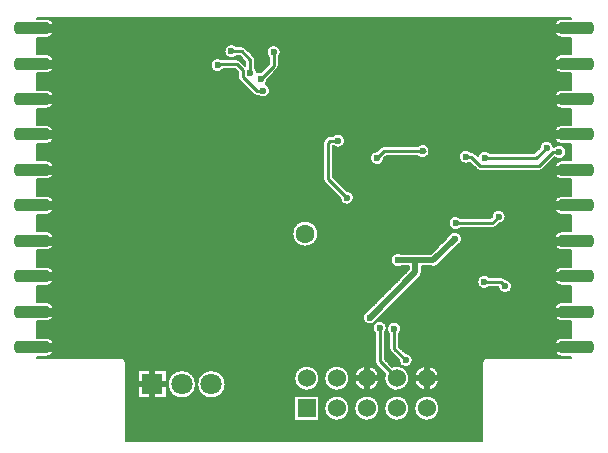
<source format=gbl>
G04 Layer_Physical_Order=2*
G04 Layer_Color=16711680*
%FSLAX24Y24*%
%MOIN*%
G70*
G01*
G75*
%ADD10C,0.0079*%
%ADD31C,0.0197*%
%ADD32C,0.0315*%
%ADD33C,0.0098*%
%ADD43C,0.0709*%
%ADD44R,0.0709X0.0709*%
%ADD45C,0.0630*%
G04:AMPARAMS|DCode=46|XSize=118.1mil|YSize=39.4mil|CornerRadius=9.8mil|HoleSize=0mil|Usage=FLASHONLY|Rotation=0.000|XOffset=0mil|YOffset=0mil|HoleType=Round|Shape=RoundedRectangle|*
%AMROUNDEDRECTD46*
21,1,0.1181,0.0197,0,0,0.0*
21,1,0.0984,0.0394,0,0,0.0*
1,1,0.0197,0.0492,-0.0098*
1,1,0.0197,-0.0492,-0.0098*
1,1,0.0197,-0.0492,0.0098*
1,1,0.0197,0.0492,0.0098*
%
%ADD46ROUNDEDRECTD46*%
%ADD47C,0.0600*%
%ADD48R,0.0600X0.0600*%
%ADD49C,0.0236*%
D10*
X42618Y42126D02*
G03*
X42402Y41909I0J-217D01*
G01*
X42618Y40945D02*
G03*
X42402Y40728I0J-217D01*
G01*
Y41713D02*
G03*
X42618Y41496I217J0D01*
G01*
Y39764D02*
G03*
X42402Y39547I0J-217D01*
G01*
Y40531D02*
G03*
X42618Y40315I217J0D01*
G01*
X42402Y39350D02*
G03*
X42618Y39134I217J0D01*
G01*
X42402Y38169D02*
G03*
X42618Y37953I217J0D01*
G01*
Y38583D02*
G03*
X42402Y38366I0J-217D01*
G01*
X42795Y37687D02*
G03*
X42392Y37854I-236J0D01*
G01*
X42370D02*
G03*
X41900Y37825I-234J-30D01*
G01*
X42404Y37509D02*
G03*
X42795Y37687I155J178D01*
G01*
X42618Y37402D02*
G03*
X42402Y37185I0J-217D01*
G01*
Y36988D02*
G03*
X42618Y36772I217J0D01*
G01*
X42402Y35807D02*
G03*
X42618Y35591I217J0D01*
G01*
X41883Y37057D02*
G03*
X42002Y37106I0J167D01*
G01*
X42618Y36220D02*
G03*
X42402Y36004I0J-217D01*
G01*
X41883Y37057D02*
G03*
X42002Y37106I0J167D01*
G01*
X42618Y35039D02*
G03*
X42402Y34823I0J-217D01*
G01*
Y34626D02*
G03*
X42618Y34409I217J0D01*
G01*
Y33858D02*
G03*
X42402Y33642I0J-217D01*
G01*
Y33445D02*
G03*
X42618Y33228I217J0D01*
G01*
X40994Y33209D02*
G03*
X40758Y33445I-236J0D01*
G01*
X40522Y33189D02*
G03*
X40994Y33209I235J20D01*
G01*
X39734Y37648D02*
G03*
X39616Y37697I-118J-118D01*
G01*
X40245Y37657D02*
G03*
X39847Y37535I-167J-167D01*
G01*
X39734Y37648D02*
G03*
X39616Y37697I-118J-118D01*
G01*
X39616D02*
G03*
X39578Y37331I-167J-167D01*
G01*
X38238Y37717D02*
G03*
X37835Y37884I-236J0D01*
G01*
X36722D02*
G03*
X36604Y37835I0J-167D01*
G01*
X36722Y37884D02*
G03*
X36604Y37835I0J-167D01*
G01*
X37835Y37549D02*
G03*
X38238Y37717I167J167D01*
G01*
X36486D02*
G03*
X36722Y37480I0J-236D01*
G01*
X40778Y35531D02*
G03*
X40305Y35532I-236J0D01*
G01*
X39803Y37106D02*
G03*
X39921Y37057I118J118D01*
G01*
X39803Y37106D02*
G03*
X39921Y37057I118J118D01*
G01*
X40542Y35295D02*
G03*
X40778Y35531I-0J236D01*
G01*
X40729Y33475D02*
G03*
X40610Y33524I-118J-118D01*
G01*
X40729Y33475D02*
G03*
X40610Y33524I-118J-118D01*
G01*
X40325Y35148D02*
G03*
X40443Y35197I0J167D01*
G01*
X40325Y35148D02*
G03*
X40443Y35197I0J167D01*
G01*
X40226Y33524D02*
G03*
X40226Y33189I-167J-167D01*
G01*
X39271Y35482D02*
G03*
X39271Y35148I-167J-167D01*
G01*
X39171Y34573D02*
G03*
X39321Y34793I-86J220D01*
G01*
D02*
G03*
X38865Y34880I-236J0D01*
G01*
X35719Y36161D02*
G03*
X35483Y36398I-236J0D01*
G01*
X38302Y33868D02*
G03*
X38520Y33922I65J207D01*
G01*
X38302Y33868D02*
G03*
X38519Y33922I65J207D01*
G01*
X37919Y33528D02*
G03*
X37982Y33681I-153J153D01*
G01*
X37919Y33528D02*
G03*
X37982Y33681I-153J153D01*
G01*
X37270Y34301D02*
G03*
X37270Y33868I-94J-217D01*
G01*
X42618Y32677D02*
G03*
X42402Y32461I0J-217D01*
G01*
Y32264D02*
G03*
X42618Y32047I217J0D01*
G01*
Y31496D02*
G03*
X42402Y31280I0J-217D01*
G01*
Y31083D02*
G03*
X42618Y30866I217J0D01*
G01*
X40157Y30827D02*
G03*
X40000Y30669I0J-157D01*
G01*
X40157Y30827D02*
G03*
X40000Y30669I0J-157D01*
G01*
X38562Y29144D02*
G03*
X38562Y29144I-418J0D01*
G01*
Y30144D02*
G03*
X38562Y30144I-418J0D01*
G01*
X37224Y31625D02*
G03*
X37293Y31791I-167J167D01*
G01*
D02*
G03*
X36890Y31625I-236J0D01*
G01*
X36742Y31654D02*
G03*
X36811Y31821I-167J167D01*
G01*
X36890Y31132D02*
G03*
X36939Y31014I167J0D01*
G01*
X36890Y31132D02*
G03*
X36939Y31014I167J0D01*
G01*
X37677Y30748D02*
G03*
X37441Y30984I-236J0D01*
G01*
X37205Y30748D02*
G03*
X37677Y30748I236J0D01*
G01*
X37562Y30144D02*
G03*
X36991Y30533I-418J0D01*
G01*
X36811Y31821D02*
G03*
X36407Y31654I-236J0D01*
G01*
Y30713D02*
G03*
X36456Y30594I167J0D01*
G01*
X36407Y30713D02*
G03*
X36456Y30594I167J0D01*
G01*
X36164Y32385D02*
G03*
X36470Y32079I86J-220D01*
G01*
X36562Y30144D02*
G03*
X36562Y30144I-418J0D01*
G01*
X36754Y30296D02*
G03*
X37562Y30144I389J-153D01*
G01*
Y29144D02*
G03*
X37562Y29144I-418J0D01*
G01*
X36562D02*
G03*
X36562Y29144I-418J0D01*
G01*
X33209Y40847D02*
G03*
X33278Y41014I-167J167D01*
G01*
X33160Y40443D02*
G03*
X33209Y40561I-118J118D01*
G01*
X33160Y40443D02*
G03*
X33209Y40561I-118J118D01*
G01*
X35423Y38061D02*
G03*
X35020Y38228I-236J0D01*
G01*
X34931D02*
G03*
X34813Y38179I0J-167D01*
G01*
X35020Y37894D02*
G03*
X35423Y38061I167J167D01*
G01*
X34931Y38228D02*
G03*
X34813Y38179I0J-167D01*
G01*
X34734Y38101D02*
G03*
X34685Y37982I118J-118D01*
G01*
X34734Y38101D02*
G03*
X34685Y37982I118J-118D01*
G01*
X33278Y41014D02*
G03*
X32874Y40847I-236J0D01*
G01*
X34685Y36791D02*
G03*
X34734Y36673I167J0D01*
G01*
X35246Y36161D02*
G03*
X35719Y36161I236J0D01*
G01*
X34685Y36791D02*
G03*
X34734Y36673I167J0D01*
G01*
X34528Y34961D02*
G03*
X34528Y34961I-433J0D01*
G01*
X32097Y41162D02*
G03*
X31978Y41211I-118J-118D01*
G01*
X32097Y41162D02*
G03*
X31978Y41211I-118J-118D01*
G01*
X32431Y40758D02*
G03*
X32382Y40876I-167J0D01*
G01*
X32431Y40758D02*
G03*
X32382Y40876I-167J0D01*
G01*
X31929Y40729D02*
G03*
X31811Y40778I-118J-118D01*
G01*
X31929Y40729D02*
G03*
X31811Y40778I-118J-118D01*
G01*
X25709Y41909D02*
G03*
X25492Y42126I-217J0D01*
G01*
Y41496D02*
G03*
X25709Y41713I0J217D01*
G01*
X31801Y41211D02*
G03*
X31801Y40876I-167J-167D01*
G01*
X31302Y40778D02*
G03*
X31363Y40443I-131J-197D01*
G01*
X25709Y40728D02*
G03*
X25492Y40945I-217J0D01*
G01*
Y40315D02*
G03*
X25709Y40532I0J217D01*
G01*
X32770Y39956D02*
G03*
X32844Y40128I-161J172D01*
G01*
X32608Y40364D02*
G03*
X32498Y40337I0J-236D01*
G01*
D02*
G03*
X32431Y40472I-234J-32D01*
G01*
X32923Y39734D02*
G03*
X32770Y39956I-236J0D01*
G01*
X32520Y39567D02*
G03*
X32923Y39734I167J167D01*
G01*
X32352Y39616D02*
G03*
X32470Y39567I118J118D01*
G01*
X32352Y39616D02*
G03*
X32470Y39567I118J118D01*
G01*
X31841Y40197D02*
G03*
X31890Y40079I167J0D01*
G01*
X31841Y40197D02*
G03*
X31890Y40079I167J0D01*
G01*
X25709Y38366D02*
G03*
X25492Y38583I-217J0D01*
G01*
Y39134D02*
G03*
X25709Y39350I0J217D01*
G01*
X25492Y37953D02*
G03*
X25709Y38169I0J217D01*
G01*
Y34823D02*
G03*
X25492Y35039I-217J0D01*
G01*
X25709Y36004D02*
G03*
X25492Y36220I-217J0D01*
G01*
X25709Y33642D02*
G03*
X25492Y33858I-217J0D01*
G01*
X25709Y39547D02*
G03*
X25492Y39764I-217J0D01*
G01*
Y36772D02*
G03*
X25709Y36988I0J217D01*
G01*
Y37185D02*
G03*
X25492Y37402I-217J0D01*
G01*
Y35591D02*
G03*
X25709Y35807I0J217D01*
G01*
X25492Y34409D02*
G03*
X25709Y34626I0J217D01*
G01*
X35562Y30144D02*
G03*
X35562Y30144I-418J0D01*
G01*
X34562D02*
G03*
X34562Y30144I-418J0D01*
G01*
X31437Y29941D02*
G03*
X31437Y29941I-472J0D01*
G01*
X35562Y29144D02*
G03*
X35562Y29144I-418J0D01*
G01*
X25492Y33228D02*
G03*
X25709Y33445I0J217D01*
G01*
Y32461D02*
G03*
X25492Y32677I-217J0D01*
G01*
Y32047D02*
G03*
X25709Y32264I0J217D01*
G01*
X30453Y29941D02*
G03*
X30453Y29941I-472J0D01*
G01*
X28110Y30669D02*
G03*
X27953Y30827I-157J0D01*
G01*
X28110Y30669D02*
G03*
X27953Y30827I-157J0D01*
G01*
X25709Y31280D02*
G03*
X25492Y31496I-217J0D01*
G01*
Y30866D02*
G03*
X25709Y31083I0J217D01*
G01*
X42953Y42126D02*
Y42165D01*
X42933Y42126D02*
Y42165D01*
X42953Y40945D02*
Y41496D01*
X42933Y40945D02*
Y41496D01*
X42874Y42126D02*
Y42165D01*
X42815Y42126D02*
Y42165D01*
X42618Y41496D02*
X42953D01*
X42618Y42126D02*
X42953D01*
X42874Y39764D02*
Y40315D01*
Y40945D02*
Y41496D01*
X42953Y39764D02*
Y40315D01*
X42933Y39764D02*
Y40315D01*
X42618D02*
X42953D01*
X42618Y40945D02*
X42953D01*
X42618Y39764D02*
X42953D01*
X42815D02*
Y40315D01*
X42756Y42126D02*
Y42165D01*
X42697Y42126D02*
Y42165D01*
Y40945D02*
Y41496D01*
X42638Y42126D02*
Y42165D01*
X42579Y42122D02*
Y42165D01*
X42520Y42102D02*
Y42165D01*
X42579Y40941D02*
Y41500D01*
X42520Y40921D02*
Y41520D01*
X42815Y40945D02*
Y41496D01*
X42756Y40945D02*
Y41496D01*
Y39764D02*
Y40315D01*
X42697Y39764D02*
Y40315D01*
X42638Y39764D02*
Y40315D01*
Y40945D02*
Y41496D01*
X42579Y39760D02*
Y40319D01*
X42520Y39740D02*
Y40339D01*
X42953Y38583D02*
Y39134D01*
X42933Y38583D02*
Y39134D01*
X42953Y37402D02*
Y37953D01*
X42933Y37402D02*
Y37953D01*
X42618Y39134D02*
X42953D01*
X42874Y38583D02*
Y39134D01*
X42618Y37953D02*
X42953D01*
X42618Y38583D02*
X42953D01*
X42790Y37736D02*
X42953D01*
X42769Y37795D02*
X42953D01*
X42785Y37618D02*
X42953D01*
X42795Y37677D02*
X42953D01*
X42726Y37854D02*
X42953D01*
X42627Y37913D02*
X42953D01*
X42703Y37500D02*
X42953D01*
X42758Y37559D02*
X42953D01*
X42697Y38583D02*
Y39134D01*
X42638Y38583D02*
Y39134D01*
X42815Y38583D02*
Y39134D01*
X42756Y38583D02*
Y39134D01*
X42579Y38579D02*
Y39137D01*
X42520Y38559D02*
Y39158D01*
X42579Y37922D02*
Y37956D01*
X42520Y37920D02*
Y37976D01*
X42874Y37402D02*
Y37953D01*
X42756Y37818D02*
Y37953D01*
X42815Y37402D02*
Y37953D01*
X42756Y37402D02*
Y37556D01*
X42697Y37879D02*
Y37953D01*
X42638Y37910D02*
Y37953D01*
X42697Y37402D02*
Y37495D01*
X42461Y42058D02*
Y42165D01*
Y39696D02*
Y40383D01*
Y40877D02*
Y41564D01*
Y38515D02*
Y39202D01*
X35421Y38090D02*
X42416D01*
X35406Y38150D02*
X42402D01*
X42320Y37972D02*
X42528D01*
X42250Y38031D02*
X42451D01*
X42224Y38044D02*
Y42165D01*
X42165Y38059D02*
Y42165D01*
X42342Y37939D02*
Y42165D01*
X42283Y38009D02*
Y42165D01*
X42106Y38059D02*
Y42165D01*
X42047Y38044D02*
Y42165D01*
X41988Y38009D02*
Y42165D01*
X41929Y37939D02*
Y42165D01*
X42402Y40531D02*
Y40728D01*
Y41713D02*
Y41909D01*
Y38169D02*
Y38366D01*
Y39350D02*
Y39547D01*
X35421Y38031D02*
X42021D01*
X35406Y37972D02*
X41951D01*
X38133Y37913D02*
X41917D01*
X42355D02*
X42491D01*
X42461Y37902D02*
Y38021D01*
X42401Y37863D02*
Y42165D01*
X41870Y37796D02*
Y42165D01*
X41811Y37737D02*
Y42165D01*
X41752Y37677D02*
Y42165D01*
X41732Y37657D02*
X41900Y37825D01*
X42461Y37334D02*
Y37472D01*
X42002Y37106D02*
X42404Y37509D01*
X38194Y37854D02*
X41901D01*
X38225Y37795D02*
X41870D01*
X39563Y37736D02*
X41811D01*
X40223Y37677D02*
X41751D01*
X41220Y37657D02*
Y42165D01*
X41161Y37657D02*
Y42165D01*
X41339Y37657D02*
Y42165D01*
X41279Y37657D02*
Y42165D01*
X40984Y37657D02*
Y42165D01*
X40925Y37657D02*
Y42165D01*
X41102Y37657D02*
Y42165D01*
X41043Y37657D02*
Y42165D01*
X41575Y37657D02*
Y42165D01*
X41516Y37657D02*
Y42165D01*
X41693Y37657D02*
Y42165D01*
X41634Y37657D02*
Y42165D01*
X40245Y37657D02*
X41732D01*
X41398D02*
Y42165D01*
X41457Y37657D02*
Y42165D01*
X42618Y37402D02*
X42953D01*
X42638D02*
Y37464D01*
X42953Y36220D02*
Y36772D01*
X42933Y36220D02*
Y36772D01*
X42337Y37441D02*
X42953D01*
X42618Y36772D02*
X42953D01*
X42756Y36220D02*
Y36772D01*
X42697Y36220D02*
Y36772D01*
X42874Y36220D02*
Y36772D01*
X42815Y36220D02*
Y36772D01*
X42618Y36220D02*
X42953D01*
X42638D02*
Y36772D01*
X42618Y35591D02*
X42953D01*
X42579Y37398D02*
Y37452D01*
X42277Y37382D02*
X42528D01*
X42520Y37378D02*
Y37454D01*
X42402Y36988D02*
Y37185D01*
X42218Y37323D02*
X42451D01*
X42159Y37264D02*
X42416D01*
X42100Y37205D02*
X42402D01*
X42041Y37146D02*
X42402D01*
X42579Y36217D02*
Y36775D01*
X42520Y36197D02*
Y36795D01*
X42461Y36152D02*
Y36840D01*
X42402Y35807D02*
Y36004D01*
X41978Y37087D02*
X42402D01*
X42874Y35039D02*
Y35591D01*
X42815Y35039D02*
Y35591D01*
X42953Y35039D02*
Y35591D01*
X42933Y35039D02*
Y35591D01*
X42756Y35039D02*
Y35591D01*
X42697Y35039D02*
Y35591D01*
X42618Y34409D02*
X42953D01*
X42618Y35039D02*
X42953D01*
X42874Y33858D02*
Y34409D01*
X42815Y33858D02*
Y34409D01*
X42953Y33858D02*
Y34409D01*
X42933Y33858D02*
Y34409D01*
X42618Y33858D02*
X42953D01*
X42756D02*
Y34409D01*
X40993Y33189D02*
X42953D01*
X42618Y33228D02*
X42953D01*
X42638Y35039D02*
Y35591D01*
X42579Y35036D02*
Y35594D01*
X42520Y35016D02*
Y35614D01*
X42461Y34971D02*
Y35659D01*
X42402Y34626D02*
Y34823D01*
X42461Y33790D02*
Y34477D01*
X42697Y33858D02*
Y34409D01*
X42638Y33858D02*
Y34409D01*
X42579Y33855D02*
Y34413D01*
X42520Y33835D02*
Y34433D01*
X42402Y33445D02*
Y33642D01*
X35697Y36260D02*
X42953D01*
X35715Y36201D02*
X42528D01*
X40777Y35551D02*
X42953D01*
X40764Y35610D02*
X42528D01*
X35443Y36437D02*
X42953D01*
X35384Y36496D02*
X42953D01*
X35658Y36319D02*
X42953D01*
X35577Y36378D02*
X42953D01*
X40756Y35433D02*
X42953D01*
X40774Y35492D02*
X42953D01*
X40636Y35315D02*
X42953D01*
X40717Y35374D02*
X42953D01*
X40443Y35197D02*
X42953D01*
X40502Y35256D02*
X42953D01*
X39260Y35138D02*
X42953D01*
X39152Y35020D02*
X42528D01*
X40672Y35728D02*
X42416D01*
X39921Y37057D02*
X41883D01*
X40733Y35669D02*
X42451D01*
X39251Y34961D02*
X42451D01*
X35718Y36142D02*
X42451D01*
X35705Y36083D02*
X42416D01*
X35674Y36024D02*
X42402D01*
X35613Y35965D02*
X42402D01*
X39295Y34902D02*
X42416D01*
X39316Y34842D02*
X42402D01*
X39311Y34724D02*
X42402D01*
X39321Y34783D02*
X42402D01*
X39229Y34606D02*
X42402D01*
X39283Y34665D02*
X42402D01*
X39145Y34547D02*
X42416D01*
X38968Y34370D02*
X42953D01*
X39027Y34429D02*
X42528D01*
X38849Y34252D02*
X42953D01*
X38909Y34311D02*
X42953D01*
X38731Y34134D02*
X42953D01*
X38790Y34193D02*
X42953D01*
X38613Y34016D02*
X42953D01*
X38672Y34075D02*
X42953D01*
X40981Y33130D02*
X42953D01*
X40991Y33248D02*
X42528D01*
X40888Y33012D02*
X42953D01*
X40950Y33071D02*
X42953D01*
X38491Y33898D02*
X42953D01*
X38554Y33957D02*
X42953D01*
X37285Y32894D02*
X42953D01*
X37344Y32953D02*
X42953D01*
X37982Y33839D02*
X42528D01*
X39086Y34488D02*
X42451D01*
X40984Y33276D02*
Y37057D01*
X40925Y33375D02*
Y37057D01*
X37982Y33779D02*
X42451D01*
X37982Y33720D02*
X42416D01*
X37981Y33661D02*
X42402D01*
X37967Y33602D02*
X42402D01*
X40934Y33366D02*
X42416D01*
X40852Y33425D02*
X42402D01*
X40973Y33307D02*
X42451D01*
X40718Y33484D02*
X42402D01*
X40203Y33543D02*
X42402D01*
X40748Y37657D02*
Y42165D01*
X40630Y37657D02*
Y42165D01*
X40866Y37657D02*
Y42165D01*
X40807Y37657D02*
Y42165D01*
X40394Y37657D02*
Y42165D01*
X40335Y37657D02*
Y42165D01*
X40571Y37657D02*
Y42165D01*
X40512Y37657D02*
Y42165D01*
X40157Y37713D02*
Y42165D01*
X40098Y37726D02*
Y42165D01*
X40276Y37657D02*
Y42165D01*
X40216Y37682D02*
Y42165D01*
X40039Y37723D02*
Y42165D01*
X39980Y37705D02*
Y42165D01*
X39695Y37677D02*
X39934D01*
X39921Y37666D02*
Y42165D01*
X39567Y37734D02*
Y42165D01*
X39508Y37758D02*
Y42165D01*
X39685Y37682D02*
Y42165D01*
X39626Y37697D02*
Y42165D01*
X39449Y37766D02*
Y42165D01*
X39390Y37758D02*
Y42165D01*
X39331Y37734D02*
Y42165D01*
X39272Y37686D02*
Y42165D01*
X38209Y37831D02*
Y42165D01*
X38150Y37901D02*
Y42165D01*
X38237Y37736D02*
X39334D01*
X38235Y37677D02*
X39264D01*
X38031Y37951D02*
Y42165D01*
X37972Y37951D02*
Y42165D01*
X38090Y37936D02*
Y42165D01*
X37913Y37935D02*
Y42165D01*
X40689Y37657D02*
Y42165D01*
X40453Y37657D02*
Y42165D01*
X39862Y37584D02*
Y42165D01*
X39803Y37579D02*
Y42165D01*
X39744Y37638D02*
Y42165D01*
X39094Y35551D02*
Y42165D01*
X39213Y35525D02*
Y42165D01*
X39153Y35546D02*
Y42165D01*
X39764Y37618D02*
X39880D01*
X39734Y37648D02*
X39847Y37535D01*
X38217Y37618D02*
X39230D01*
X38178Y37559D02*
X39214D01*
X39035Y35541D02*
Y42165D01*
X38976Y35513D02*
Y42165D01*
X38917Y35459D02*
Y42165D01*
X38858Y34873D02*
Y42165D01*
X38799Y34814D02*
Y42165D01*
X38740Y34755D02*
Y42165D01*
X38681Y34696D02*
Y42165D01*
X38622Y34637D02*
Y42165D01*
X38563Y34578D02*
Y42165D01*
X38504Y34519D02*
Y42165D01*
X38445Y34460D02*
Y42165D01*
X38386Y34401D02*
Y42165D01*
X38327Y34342D02*
Y42165D01*
X38268Y34301D02*
Y42165D01*
X38209Y34301D02*
Y37602D01*
X37854Y37901D02*
Y42165D01*
X37795Y37884D02*
Y42165D01*
X37736Y37884D02*
Y42165D01*
X37677Y37884D02*
Y42165D01*
X37500Y37884D02*
Y42165D01*
X37205Y37884D02*
Y42165D01*
X37618Y37884D02*
Y42165D01*
X37559Y37884D02*
Y42165D01*
X37382Y37884D02*
Y42165D01*
X37323Y37884D02*
Y42165D01*
X37441Y37884D02*
Y42165D01*
X36722Y37884D02*
X37835D01*
X37087D02*
Y42165D01*
X37264Y37884D02*
Y42165D01*
X37146Y37884D02*
Y42165D01*
X36850Y37884D02*
Y42165D01*
X36791Y37884D02*
Y42165D01*
X36968Y37884D02*
Y42165D01*
X36909Y37884D02*
Y42165D01*
X36732Y37884D02*
Y42165D01*
X36673Y37876D02*
Y42165D01*
X36496Y37727D02*
Y42165D01*
X36437Y37711D02*
Y42165D01*
X37027Y37884D02*
Y42165D01*
X36614Y37844D02*
Y42165D01*
X36486Y37717D02*
X36604Y37835D01*
X36555Y37786D02*
Y42165D01*
X36378Y37690D02*
Y42165D01*
X37795Y34301D02*
Y37549D01*
X37736Y34301D02*
Y37549D01*
X37677Y34301D02*
Y37549D01*
X36792D02*
X37835D01*
X37500Y34301D02*
Y37549D01*
X37618Y34301D02*
Y37549D01*
X37559Y34301D02*
Y37549D01*
X37382Y34301D02*
Y37549D01*
X37323Y34301D02*
Y37549D01*
X37854Y34301D02*
Y37532D01*
X37441Y34301D02*
Y37549D01*
X37205Y34319D02*
Y37549D01*
X37146Y34319D02*
Y37549D01*
X37264Y34304D02*
Y37549D01*
X37087Y34304D02*
Y37549D01*
X36319Y37647D02*
Y42165D01*
X36260Y37548D02*
Y42165D01*
X35669Y36306D02*
Y42165D01*
X35610Y36360D02*
Y42165D01*
X35433Y36447D02*
Y42165D01*
X35374Y36506D02*
Y37917D01*
X35551Y36387D02*
Y42165D01*
X35492Y36397D02*
Y42165D01*
X37027Y34269D02*
Y37549D01*
X36968Y34199D02*
Y37549D01*
X36909Y33131D02*
Y37549D01*
X36850Y33072D02*
Y37549D01*
X36722Y37480D02*
X36792Y37549D01*
X36791Y33013D02*
Y37549D01*
X40630Y35751D02*
Y37057D01*
X40571Y35766D02*
Y37057D01*
X40748Y35646D02*
Y37057D01*
X40689Y35716D02*
Y37057D01*
X40512Y35766D02*
Y37057D01*
X40453Y35750D02*
Y37057D01*
X40394Y35716D02*
Y37057D01*
X40335Y35646D02*
Y37057D01*
X40276Y35502D02*
Y37057D01*
X40255Y35482D02*
X40305Y35532D01*
X40216Y35482D02*
Y37057D01*
X40039Y35482D02*
Y37057D01*
X39980Y35482D02*
Y37057D01*
X40157Y35482D02*
Y37057D01*
X40098Y35482D02*
Y37057D01*
X39578Y37331D02*
X39803Y37106D01*
X39626Y35482D02*
Y37283D01*
X39567Y35482D02*
Y37325D01*
X39508Y35482D02*
Y37301D01*
X39331Y35482D02*
Y37325D01*
X39272Y35482D02*
Y37373D01*
X39449Y35482D02*
Y37293D01*
X39390Y35482D02*
Y37301D01*
X39803Y35482D02*
Y37106D01*
X39921Y35482D02*
Y37057D01*
X39862Y35482D02*
Y37068D01*
X39744Y35482D02*
Y37165D01*
X39685Y35482D02*
Y37224D01*
X40748Y33455D02*
Y35417D01*
X40689Y33504D02*
Y35347D01*
X40866Y33419D02*
Y37057D01*
X40807Y33440D02*
Y37057D01*
X40443Y35197D02*
X40542Y35295D01*
X40630Y33522D02*
Y35312D01*
X40571Y33524D02*
Y35297D01*
X40512Y33524D02*
Y35265D01*
X40729Y33475D02*
X40758Y33445D01*
X40226Y33524D02*
X40610D01*
X40226Y33189D02*
X40522D01*
X40126Y33130D02*
X40535D01*
X40226Y33189D02*
X40522D01*
X40335Y33524D02*
Y35148D01*
X40453Y33524D02*
Y35206D01*
X40394Y33524D02*
Y35162D01*
X39921Y33548D02*
Y35148D01*
X40276Y33524D02*
Y35148D01*
X40216Y33532D02*
Y35148D01*
X40098Y33589D02*
Y35148D01*
X40039Y33592D02*
Y35148D01*
X40157Y33571D02*
Y35148D01*
X39980Y33579D02*
Y35148D01*
X39862Y33487D02*
Y35148D01*
X39272Y34938D02*
Y35148D01*
X39110Y35551D02*
X40306D01*
X38096Y37500D02*
X39214D01*
X39261Y35492D02*
X40265D01*
X36701Y37382D02*
X39264D01*
X36719Y37441D02*
X39230D01*
X36580Y37264D02*
X39645D01*
X36662Y37323D02*
X39335D01*
X39271Y35148D02*
X40325D01*
X39271Y35482D02*
X40255D01*
X39213Y34992D02*
Y35105D01*
X39153Y35019D02*
Y35084D01*
X39094Y35029D02*
Y35079D01*
X38520Y33922D02*
X39171Y34573D01*
X38917Y34960D02*
Y35171D01*
X38150Y34301D02*
Y37532D01*
X38090Y34301D02*
Y37498D01*
X38031Y34301D02*
Y37482D01*
X36742Y37500D02*
X37908D01*
X37972Y34301D02*
Y37482D01*
X37913Y34301D02*
Y37498D01*
X39035Y35024D02*
Y35089D01*
X38976Y35003D02*
Y35116D01*
X38286Y34301D02*
X38865Y34880D01*
X37982Y33868D02*
X38302D01*
X37243Y34311D02*
X38296D01*
X37270Y34301D02*
X37766D01*
X38286D01*
X37933Y33543D02*
X39915D01*
X37982Y33681D02*
Y33868D01*
X37270D02*
X37549D01*
X37875Y33484D02*
X39860D01*
X37816Y33425D02*
X39833D01*
X37757Y33366D02*
X39823D01*
X37639Y33248D02*
X39849D01*
X37698Y33307D02*
X39828D01*
X37521Y33130D02*
X39992D01*
X37580Y33189D02*
X39892D01*
X37403Y33012D02*
X40627D01*
X37462Y33071D02*
X40566D01*
X37382Y33603D02*
Y33868D01*
X37323Y33544D02*
Y33868D01*
X37027Y33249D02*
Y33900D01*
X36968Y33190D02*
Y33970D01*
X36732Y32954D02*
Y37490D01*
X36673Y32895D02*
Y37336D01*
X36614Y32836D02*
Y37282D01*
X37549Y33771D02*
Y33868D01*
X37500Y33722D02*
Y33868D01*
X37441Y33662D02*
Y33868D01*
X37264Y33485D02*
Y33866D01*
X37205Y33426D02*
Y33850D01*
X37146Y33367D02*
Y33850D01*
X37087Y33308D02*
Y33866D01*
X42874Y32677D02*
Y33228D01*
X42815Y32677D02*
Y33228D01*
X42953Y32677D02*
Y33228D01*
X42933Y32677D02*
Y33228D01*
X42618Y32677D02*
X42953D01*
X42638D02*
Y33228D01*
X42756Y32677D02*
Y33228D01*
X42697Y32677D02*
Y33228D01*
X42874Y31496D02*
Y32047D01*
X42815Y31496D02*
Y32047D01*
X42953Y31496D02*
Y32047D01*
X42933Y31496D02*
Y32047D01*
X42618D02*
X42953D01*
X42638Y31496D02*
Y32047D01*
X42756Y31496D02*
Y32047D01*
X42697Y31496D02*
Y32047D01*
X42461Y32609D02*
Y33296D01*
X42401Y30827D02*
Y37506D01*
X42342Y30827D02*
Y37447D01*
X42283Y30827D02*
Y37388D01*
X42106Y30827D02*
Y37211D01*
X42047Y30827D02*
Y37152D01*
X42224Y30827D02*
Y37329D01*
X42165Y30827D02*
Y37270D01*
X42579Y32674D02*
Y33232D01*
X42520Y32653D02*
Y33252D01*
X42579Y31492D02*
Y32051D01*
X42520Y31472D02*
Y32071D01*
X42402Y32264D02*
Y32461D01*
X42461Y31428D02*
Y32115D01*
X41870Y30827D02*
Y37057D01*
X41811Y30827D02*
Y37057D01*
X41988Y30827D02*
Y37094D01*
X41929Y30827D02*
Y37063D01*
X41634Y30827D02*
Y37057D01*
X41575Y30827D02*
Y37057D01*
X41752Y30827D02*
Y37057D01*
X41693Y30827D02*
Y37057D01*
X41398Y30827D02*
Y37057D01*
X41339Y30827D02*
Y37057D01*
X41516Y30827D02*
Y37057D01*
X41457Y30827D02*
Y37057D01*
X41161Y30827D02*
Y37057D01*
X41102Y30827D02*
Y37057D01*
X41279Y30827D02*
Y37057D01*
X41220Y30827D02*
Y37057D01*
X40512Y30827D02*
Y33189D01*
X40453Y30827D02*
Y33189D01*
X41043Y30827D02*
Y37057D01*
X40984Y30827D02*
Y33141D01*
X40276Y30827D02*
Y33189D01*
X40216Y30827D02*
Y33180D01*
X40394Y30827D02*
Y33189D01*
X40335Y30827D02*
Y33189D01*
X40807Y30827D02*
Y32978D01*
X40748Y30827D02*
Y32973D01*
X40925Y30827D02*
Y33042D01*
X40866Y30827D02*
Y32999D01*
X40630Y30827D02*
Y33010D01*
X40571Y30827D02*
Y33064D01*
X40689Y30827D02*
Y32983D01*
X37166Y32776D02*
X42953D01*
X37225Y32835D02*
X42953D01*
X37107Y32716D02*
X42953D01*
X37048Y32657D02*
X42528D01*
X36989Y32598D02*
X42451D01*
X36930Y32539D02*
X42416D01*
X36635Y32244D02*
X42402D01*
X36871Y32480D02*
X42402D01*
X37272Y31890D02*
X42953D01*
X37233Y31949D02*
X42953D01*
X37292Y31772D02*
X42953D01*
X37290Y31831D02*
X42953D01*
X36517Y32126D02*
X42451D01*
X36576Y32185D02*
X42416D01*
X37152Y32008D02*
X42953D01*
X36465Y32067D02*
X42528D01*
X38209Y30557D02*
Y33868D01*
X38150Y30562D02*
Y33868D01*
X38327Y30520D02*
Y33862D01*
X38268Y30543D02*
Y33868D01*
X38090Y30558D02*
Y33868D01*
X36470Y32079D02*
X37919Y33528D01*
X38031Y30546D02*
Y33868D01*
X37972Y30525D02*
Y33616D01*
X40157Y30827D02*
Y33142D01*
X40098Y30815D02*
Y33123D01*
X40039Y30773D02*
Y33121D01*
X37913Y30493D02*
Y33522D01*
X36753Y32362D02*
X42402D01*
X36812Y32421D02*
X42402D01*
X36694Y32303D02*
X42402D01*
X39685Y28051D02*
Y35148D01*
X39626Y28051D02*
Y35148D01*
X39803Y28051D02*
Y35148D01*
X39744Y28051D02*
Y35148D01*
X39449Y28051D02*
Y35148D01*
X39331Y28051D02*
Y35148D01*
X39567Y28051D02*
Y35148D01*
X39508Y28051D02*
Y35148D01*
X39862Y28051D02*
Y33226D01*
X39390Y28051D02*
Y35148D01*
X39980Y28051D02*
Y33134D01*
X39921Y28051D02*
Y33164D01*
X39153Y28051D02*
Y34556D01*
X39094Y28051D02*
Y34497D01*
X39272Y28051D02*
Y34649D01*
X39213Y28051D02*
Y34595D01*
X38917Y28051D02*
Y34320D01*
X38858Y28051D02*
Y34261D01*
X39035Y28051D02*
Y34438D01*
X38976Y28051D02*
Y34379D01*
X38681Y28051D02*
Y34083D01*
X38622Y28051D02*
Y34024D01*
X38799Y28051D02*
Y34202D01*
X38740Y28051D02*
Y34143D01*
X38445Y30434D02*
Y33873D01*
X38386Y30485D02*
Y33859D01*
X38563Y28051D02*
Y33965D01*
X38504Y30356D02*
Y33908D01*
X37854Y30445D02*
Y33463D01*
X37795Y30375D02*
Y33404D01*
X37736Y30237D02*
Y33345D01*
X42618Y31496D02*
X42953D01*
X42933Y30827D02*
Y30866D01*
X42579Y30827D02*
Y30870D01*
X42520Y30827D02*
Y30890D01*
X42402Y31083D02*
Y31280D01*
X42461Y30827D02*
Y30934D01*
X42815Y30827D02*
Y30866D01*
X42756Y30827D02*
Y30866D01*
X42953Y30827D02*
Y30866D01*
X42874Y30827D02*
Y30866D01*
X42618D02*
X42953D01*
X42697Y30827D02*
Y30866D01*
X40157Y30827D02*
X42953D01*
X42638D02*
Y30866D01*
X38551Y30236D02*
X40000D01*
X38533Y30295D02*
X40000D01*
X38402Y30472D02*
X40000D01*
X38300Y30531D02*
X40000D01*
X38505Y30354D02*
X40000D01*
X38463Y30413D02*
X40000D01*
X38561Y30118D02*
X40000D01*
X38560Y30177D02*
X40000D01*
X38536Y30000D02*
X40000D01*
X38553Y30059D02*
X40000D01*
X38470Y29882D02*
X40000D01*
X38509Y29941D02*
X40000D01*
X38412Y29823D02*
X40000D01*
X38535Y29291D02*
X40000D01*
X38507Y29350D02*
X40000D01*
Y28051D02*
Y30669D01*
X38552Y29232D02*
X40000D01*
X38310Y29527D02*
X40000D01*
X38318Y29764D02*
X40000D01*
X38467Y29409D02*
X40000D01*
X38407Y29468D02*
X40000D01*
X38561Y29114D02*
X40000D01*
X38561Y29173D02*
X40000D01*
X38535Y28996D02*
X40000D01*
X38552Y29055D02*
X40000D01*
X38466Y28878D02*
X40000D01*
X38507Y28937D02*
X40000D01*
X38309Y28760D02*
X40000D01*
X38407Y28819D02*
X40000D01*
X38386Y29485D02*
Y29803D01*
X38327Y29520D02*
Y29768D01*
X38504Y29356D02*
Y29931D01*
X38445Y29434D02*
Y29854D01*
X38150Y29562D02*
Y29726D01*
X38090Y29558D02*
Y29729D01*
X38268Y29543D02*
Y29744D01*
X38209Y29557D02*
Y29731D01*
X38386Y28051D02*
Y28803D01*
X38327Y28051D02*
Y28768D01*
X38504Y28051D02*
Y28931D01*
X38445Y28051D02*
Y28854D01*
X38209Y28051D02*
Y28731D01*
X38150Y28051D02*
Y28726D01*
X38268Y28051D02*
Y28744D01*
X37249Y31653D02*
X42953D01*
X37280Y31713D02*
X42953D01*
X37224Y31535D02*
X42953D01*
X37224Y31594D02*
X42953D01*
X37224Y31476D02*
X42528D01*
X37224Y31417D02*
X42451D01*
X37224Y31358D02*
X42416D01*
X37224Y31299D02*
X42402D01*
X37572Y30945D02*
X42451D01*
X37422Y31004D02*
X42416D01*
X37633Y30886D02*
X42528D01*
X37664Y30827D02*
X40153D01*
X37245Y31181D02*
X42402D01*
X37224Y31240D02*
X42402D01*
X37363Y31063D02*
X42402D01*
X37304Y31122D02*
X42402D01*
X37676Y30768D02*
X40034D01*
X37674Y30709D02*
X40005D01*
X37656Y30650D02*
X40000D01*
X37617Y30590D02*
X40000D01*
X37535Y30531D02*
X37987D01*
X37402Y30472D02*
X37885D01*
X37463Y30413D02*
X37824D01*
X37551Y30236D02*
X37736D01*
X37536Y30000D02*
X37751D01*
X37505Y30354D02*
X37782D01*
X37533Y30295D02*
X37754D01*
X37509Y29941D02*
X37778D01*
X38031Y29546D02*
Y29741D01*
X37972Y29525D02*
Y29762D01*
X37913Y29493D02*
Y29795D01*
X37318Y29764D02*
X37969D01*
X37412Y29823D02*
X37876D01*
X37972Y28051D02*
Y28762D01*
X37913Y28051D02*
Y28795D01*
X38090Y28051D02*
Y28729D01*
X38031Y28051D02*
Y28741D01*
X37310Y29527D02*
X37978D01*
X37407Y29468D02*
X37880D01*
X37309Y28760D02*
X37978D01*
X37407Y28819D02*
X37880D01*
X37854Y29445D02*
Y29842D01*
X37795Y29375D02*
Y29913D01*
X37736Y29237D02*
Y30050D01*
X37552Y29232D02*
X37735D01*
X37467Y29409D02*
X37821D01*
X37470Y29882D02*
X37818D01*
X37507Y29350D02*
X37780D01*
X37535Y29291D02*
X37752D01*
X37736Y28051D02*
Y29050D01*
X37552Y29055D02*
X37735D01*
X37854Y28051D02*
Y28842D01*
X37795Y28051D02*
Y28913D01*
X37507Y28937D02*
X37780D01*
X37535Y28996D02*
X37753D01*
X37466Y28878D02*
X37821D01*
X37441Y30985D02*
Y33050D01*
X37382Y31044D02*
Y32991D01*
X37559Y30953D02*
Y33168D01*
X37500Y30977D02*
Y33109D01*
X37205Y31976D02*
Y32814D01*
X37146Y32010D02*
Y32755D01*
X37323Y31103D02*
Y32932D01*
X37264Y31906D02*
Y32873D01*
X37224Y31201D02*
Y31625D01*
Y31201D02*
X37441Y30984D01*
X37264Y31162D02*
Y31677D01*
X37087Y32026D02*
Y32696D01*
X37027Y32026D02*
Y32637D01*
X36968Y32010D02*
Y32578D01*
X36909Y31976D02*
Y32518D01*
X36791Y31915D02*
Y32400D01*
X36850Y31906D02*
Y32459D01*
X36801Y31890D02*
X36842D01*
X36773Y31949D02*
X36881D01*
X36785Y31713D02*
X36834D01*
X36742Y31653D02*
X36865D01*
X36890Y31132D02*
Y31625D01*
X36742Y31594D02*
X36890D01*
X36742Y31122D02*
X36890D01*
X36742Y31535D02*
X36890D01*
X36742Y31004D02*
X36948D01*
X36742Y31063D02*
X36905D01*
X37677Y30754D02*
Y33286D01*
X37618Y30904D02*
Y33227D01*
X37677Y28051D02*
Y30742D01*
X36874Y30650D02*
X37226D01*
X36815Y30709D02*
X37208D01*
X37264Y30544D02*
Y30592D01*
X37500Y30363D02*
Y30519D01*
X37441Y30438D02*
Y30512D01*
X37618Y28051D02*
Y30592D01*
X37559Y30192D02*
Y30543D01*
X37300Y30531D02*
X37347D01*
X36934Y30590D02*
X37265D01*
X37382Y30487D02*
Y30519D01*
X36939Y31014D02*
X37205Y30748D01*
X36909Y30615D02*
Y31053D01*
X37027Y30545D02*
Y30925D01*
X36968Y30556D02*
Y30984D01*
X36742Y30945D02*
X37008D01*
X36742Y30782D02*
Y31654D01*
X36850Y30674D02*
Y31677D01*
X36791Y30733D02*
Y31726D01*
X36756Y30768D02*
X37185D01*
X37146Y30562D02*
Y30807D01*
X37205Y30557D02*
Y30748D01*
X37087Y30558D02*
Y30866D01*
X36742Y30827D02*
X37126D01*
X36742Y30886D02*
X37067D01*
X36742Y30782D02*
X36991Y30533D01*
X36614Y32054D02*
Y32223D01*
X36555Y32777D02*
Y37254D01*
X36732Y31997D02*
Y32341D01*
X36673Y32036D02*
Y32282D01*
X36164Y32385D02*
X37549Y33771D01*
X36496Y32718D02*
Y37244D01*
X36555Y32056D02*
Y32164D01*
X36496Y32044D02*
Y32105D01*
X36742Y31299D02*
X36890D01*
X36742Y31358D02*
X36890D01*
X36742Y31181D02*
X36890D01*
X36742Y31240D02*
X36890D01*
X36719Y32008D02*
X36963D01*
X36742Y31417D02*
X36890D01*
X36742Y31476D02*
X36890D01*
X36437Y32659D02*
Y37249D01*
X36378Y32599D02*
Y37270D01*
X36319Y32540D02*
Y37314D01*
X36260Y32481D02*
Y37413D01*
X36201Y32422D02*
Y42165D01*
X36142Y32375D02*
Y42165D01*
X36083Y32332D02*
Y42165D01*
X36024Y32233D02*
Y42165D01*
X36407Y30713D02*
Y31654D01*
X36344Y31949D02*
X36376D01*
X36142Y30562D02*
Y31955D01*
X36201Y30558D02*
Y31934D01*
X36378Y30490D02*
Y31690D01*
X36319Y30523D02*
Y31939D01*
X36456Y30594D02*
X36754Y30296D01*
X36437Y30442D02*
Y30618D01*
X36260Y30545D02*
Y31929D01*
X36083Y30557D02*
Y31999D01*
X36505Y30354D02*
X36697D01*
X36555Y30219D02*
Y30496D01*
X36673Y28051D02*
Y30378D01*
X36614Y28051D02*
Y30437D01*
X36402Y30472D02*
X36578D01*
X36300Y30531D02*
X36519D01*
X36463Y30413D02*
X36637D01*
X36496Y30369D02*
Y30555D01*
X35965Y30521D02*
Y42165D01*
X35905Y30487D02*
Y42165D01*
X35846Y30438D02*
Y42165D01*
X35787Y30362D02*
Y42165D01*
X35728Y30191D02*
Y42165D01*
X35374Y30493D02*
Y35952D01*
X35669Y28051D02*
Y36017D01*
X35610Y28051D02*
Y35963D01*
X36024Y30544D02*
Y32098D01*
X35492Y30375D02*
Y35925D01*
X35505Y30354D02*
X35782D01*
X35551Y30238D02*
Y35935D01*
X35402Y30472D02*
X35885D01*
X35433Y30446D02*
Y35930D01*
X35463Y30413D02*
X35824D01*
X37560Y30177D02*
X37727D01*
X37561Y30118D02*
X37726D01*
X37553Y30059D02*
X37734D01*
X37500Y29363D02*
Y29925D01*
X37382Y29487D02*
Y29800D01*
X37441Y29438D02*
Y29850D01*
X36850Y29442D02*
Y29846D01*
X37205Y29557D02*
Y29730D01*
X37146Y29562D02*
Y29726D01*
X37323Y29522D02*
Y29766D01*
X37264Y29544D02*
Y29743D01*
X37087Y29558D02*
Y29730D01*
X37027Y29545D02*
Y29742D01*
X36968Y29523D02*
Y29764D01*
X36909Y29490D02*
Y29797D01*
X36732Y30218D02*
Y30319D01*
X36560Y30177D02*
X36727D01*
X36553Y30059D02*
X36734D01*
X36561Y30118D02*
X36726D01*
X36533Y30295D02*
X36754D01*
X36551Y30236D02*
X36736D01*
X36509Y29941D02*
X36778D01*
X36536Y30000D02*
X36751D01*
X36791Y29369D02*
Y29919D01*
X36496Y29369D02*
Y29919D01*
X36507Y29350D02*
X36780D01*
X36535Y29291D02*
X36753D01*
X36470Y29882D02*
X36818D01*
X36437Y29442D02*
Y29846D01*
X36467Y29409D02*
X36821D01*
X37561Y29173D02*
X37727D01*
X37559Y29192D02*
Y30095D01*
X37561Y29114D02*
X37727D01*
X37559Y28051D02*
Y29095D01*
X37382Y28051D02*
Y28800D01*
X37500Y28051D02*
Y28925D01*
X37441Y28051D02*
Y28850D01*
X37205Y28051D02*
Y28730D01*
X37146Y28051D02*
Y28726D01*
X37323Y28051D02*
Y28766D01*
X37264Y28051D02*
Y28743D01*
X36968Y28051D02*
Y28764D01*
X36909Y28051D02*
Y28797D01*
X37087Y28051D02*
Y28730D01*
X37027Y28051D02*
Y28742D01*
X36732Y29218D02*
Y30070D01*
X36561Y29173D02*
X36727D01*
X36732Y28051D02*
Y29070D01*
X36561Y29114D02*
X36727D01*
X36552Y29232D02*
X36735D01*
X36555Y29219D02*
Y30069D01*
X36552Y29055D02*
X36735D01*
X36555Y28051D02*
Y29069D01*
X36507Y28937D02*
X36780D01*
X36535Y28996D02*
X36753D01*
X36850Y28051D02*
Y28846D01*
X36791Y28051D02*
Y28919D01*
X36466Y28878D02*
X36821D01*
X36496Y28051D02*
Y28919D01*
X36437Y28051D02*
Y28846D01*
X36412Y29823D02*
X36876D01*
X36378Y29490D02*
Y29797D01*
X36319Y29523D02*
Y29764D01*
X35965Y29521D02*
Y29766D01*
X35905Y29487D02*
Y29800D01*
X36318Y29764D02*
X36969D01*
X36260Y29545D02*
Y29742D01*
X36310Y29527D02*
X36978D01*
X36407Y29468D02*
X36880D01*
X36201Y29558D02*
Y29729D01*
X36142Y29562D02*
Y29726D01*
X36083Y29557D02*
Y29730D01*
X36024Y29544D02*
Y29743D01*
X35560Y30177D02*
X35727D01*
X35561Y30118D02*
X35726D01*
X35787Y29362D02*
Y29925D01*
X35553Y30059D02*
X35734D01*
X35533Y30295D02*
X35754D01*
X35551Y30236D02*
X35736D01*
X35509Y29941D02*
X35778D01*
X35536Y30000D02*
X35751D01*
X35846Y29438D02*
Y29850D01*
X35470Y29882D02*
X35818D01*
X35467Y29409D02*
X35821D01*
X35492Y29375D02*
Y29912D01*
X35407Y29468D02*
X35880D01*
X35412Y29823D02*
X35876D01*
X35433Y29446D02*
Y29842D01*
X36407Y28819D02*
X36880D01*
X36378Y28051D02*
Y28797D01*
X35905Y28051D02*
Y28800D01*
X35846Y28051D02*
Y28850D01*
X35407Y28819D02*
X35880D01*
X35466Y28878D02*
X35821D01*
X35787Y28051D02*
Y28925D01*
X36309Y28760D02*
X36978D01*
X36319Y28051D02*
Y28764D01*
X36260Y28051D02*
Y28742D01*
X36201Y28051D02*
Y28730D01*
X36024Y28051D02*
Y28743D01*
X35965Y28051D02*
Y28766D01*
X36142Y28051D02*
Y28726D01*
X36083Y28051D02*
Y28730D01*
X35728Y29191D02*
Y30096D01*
X35561Y29173D02*
X35727D01*
X35728Y28051D02*
Y29096D01*
X35561Y29114D02*
X35727D01*
X35507Y29350D02*
X35780D01*
X35535Y29291D02*
X35752D01*
X35552Y29232D02*
X35735D01*
X35551Y29238D02*
Y30050D01*
X35535Y28996D02*
X35753D01*
X35552Y29055D02*
X35735D01*
X35507Y28937D02*
X35780D01*
X35551Y28051D02*
Y29050D01*
X35433Y28051D02*
Y28842D01*
X35374Y28051D02*
Y28795D01*
X35492Y28051D02*
Y28912D01*
X33276Y41043D02*
X42953D01*
X33260Y41102D02*
X42953D01*
X33276Y40984D02*
X42953D01*
X33260Y40925D02*
X42528D01*
X33226Y41161D02*
X42953D01*
X33156Y41220D02*
X42953D01*
X33226Y40866D02*
X42451D01*
X33209Y40807D02*
X42416D01*
X33209Y40748D02*
X42402D01*
X33209Y40689D02*
X42402D01*
X35302Y38268D02*
X42402D01*
X33209Y40630D02*
X42402D01*
X33169Y40453D02*
X42416D01*
X33201Y40512D02*
X42402D01*
X33052Y40335D02*
X42528D01*
X33111Y40394D02*
X42451D01*
X35197Y38297D02*
Y42165D01*
X35138Y38292D02*
Y42165D01*
X35256Y38287D02*
Y42165D01*
X35079Y38271D02*
Y42165D01*
X33071Y41248D02*
Y42165D01*
X33012Y41248D02*
Y42165D01*
X35020Y38228D02*
Y42165D01*
X33248Y41128D02*
Y42165D01*
X33209Y40571D02*
X42402D01*
X35315Y38260D02*
Y42165D01*
X33209Y40561D02*
Y40847D01*
X33189Y41198D02*
Y42165D01*
X33130Y41233D02*
Y42165D01*
X34931Y38228D02*
X35020D01*
X34961D02*
Y42165D01*
X35374Y38205D02*
Y42165D01*
X34902Y38226D02*
Y42165D01*
X34842Y38203D02*
Y42165D01*
X34783Y38150D02*
Y42165D01*
X34724Y38090D02*
Y42165D01*
X35371Y38209D02*
X42402D01*
X35371Y37913D02*
X37871D01*
X34734Y38101D02*
X34813Y38179D01*
X34134Y35392D02*
Y42165D01*
X34075Y35393D02*
Y42165D01*
X34016Y35386D02*
Y42165D01*
X33957Y35371D02*
Y42165D01*
X33898Y35346D02*
Y42165D01*
X33839Y35310D02*
Y42165D01*
X33779Y35258D02*
Y42165D01*
X33720Y35179D02*
Y42165D01*
X34685Y36791D02*
Y37982D01*
X34370Y35295D02*
Y42165D01*
X34488Y35141D02*
Y42165D01*
X34429Y35236D02*
Y42165D01*
X34252Y35364D02*
Y42165D01*
X34193Y35382D02*
Y42165D01*
X34311Y35336D02*
Y42165D01*
X25157Y42165D02*
X42953D01*
X25582Y41516D02*
X42528D01*
X32992Y40276D02*
X42953D01*
X31640Y41279D02*
X42953D01*
X25157Y41457D02*
X42953D01*
X25157Y42165D02*
X42953D01*
X25157Y41339D02*
X42953D01*
X25157Y41398D02*
X42953D01*
X32874Y40157D02*
X42953D01*
X32933Y40216D02*
X42953D01*
X32913Y39803D02*
X42953D01*
X32886Y39862D02*
X42953D01*
X32827Y40039D02*
X42953D01*
X32843Y40098D02*
X42953D01*
X32831Y39921D02*
X42953D01*
X32793Y39980D02*
X42953D01*
X25709Y41811D02*
X42402D01*
X25709Y41870D02*
X42402D01*
X25709Y41752D02*
X42402D01*
X32953Y41233D02*
Y42165D01*
X25583Y42106D02*
X42528D01*
X25659Y42047D02*
X42451D01*
X25694Y41988D02*
X42416D01*
X25708Y41929D02*
X42402D01*
X31790Y41220D02*
X32927D01*
X32923Y39744D02*
X42528D01*
X32844Y40128D02*
X33160Y40443D01*
X25694Y41634D02*
X42416D01*
X25708Y41693D02*
X42402D01*
X25659Y41575D02*
X42451D01*
X32918Y39685D02*
X42451D01*
X32897Y39626D02*
X42416D01*
X25659Y39213D02*
X42451D01*
X25694Y39272D02*
X42416D01*
X25157Y39094D02*
X42953D01*
X25582Y39153D02*
X42528D01*
X25157Y38976D02*
X42953D01*
X25157Y39035D02*
X42953D01*
X25157Y38622D02*
X42953D01*
X25157Y38681D02*
X42953D01*
X25583Y38563D02*
X42528D01*
X25659Y38504D02*
X42451D01*
X25157Y38858D02*
X42953D01*
X25157Y38917D02*
X42953D01*
X25157Y38740D02*
X42953D01*
X25157Y38799D02*
X42953D01*
X32854Y39567D02*
X42402D01*
X32754Y39508D02*
X42402D01*
X25709Y39390D02*
X42402D01*
X25709Y39449D02*
X42402D01*
X25694Y38445D02*
X42416D01*
X25708Y39331D02*
X42402D01*
X25708Y38386D02*
X42402D01*
X25709Y38327D02*
X42402D01*
X25709Y38268D02*
X35073D01*
X25709Y38209D02*
X34852D01*
X25708Y38150D02*
X34783D01*
X25694Y38090D02*
X34725D01*
X25659Y38031D02*
X34692D01*
X25582Y37972D02*
X34685D01*
X25157Y37913D02*
X34685D01*
X35301Y37854D02*
X36627D01*
X35020Y37795D02*
X36564D01*
X35020Y37736D02*
X36505D01*
X35020Y37677D02*
X36356D01*
X35020Y37264D02*
X36392D01*
X35020Y37323D02*
X36310D01*
X35020Y37146D02*
X39763D01*
X35020Y37205D02*
X39704D01*
X35089Y36791D02*
X42528D01*
X35030Y36850D02*
X42451D01*
X35207Y36673D02*
X42953D01*
X35148Y36732D02*
X42953D01*
X35020Y37027D02*
X42402D01*
X35020Y37087D02*
X39826D01*
X35020Y36909D02*
X42416D01*
X35020Y36968D02*
X42402D01*
X35079Y36802D02*
Y37851D01*
X35020Y37854D02*
X35073D01*
X35197Y36684D02*
Y37825D01*
X35138Y36743D02*
Y37830D01*
X35020Y37618D02*
X36294D01*
X35020Y37559D02*
X36263D01*
X35020Y37500D02*
X36251D01*
X35020Y36861D02*
Y37894D01*
Y37382D02*
X36272D01*
X35020Y37441D02*
X36253D01*
X25709Y37146D02*
X34685D01*
X25709Y37087D02*
X34685D01*
X25708Y37205D02*
X34685D01*
X25709Y37027D02*
X34685D01*
X35325Y36555D02*
X42953D01*
X35266Y36614D02*
X42953D01*
X34458Y35197D02*
X38900D01*
X34411Y35256D02*
X38876D01*
X25709Y35846D02*
X42402D01*
X25709Y35905D02*
X42402D01*
X34224Y35374D02*
X38876D01*
X34344Y35315D02*
X38868D01*
X34511Y35079D02*
X42953D01*
X34524Y35020D02*
X39017D01*
X34528Y34961D02*
X38918D01*
X34523Y34902D02*
X38875D01*
X34490Y35138D02*
X38948D01*
X34511Y34842D02*
X38828D01*
X34490Y34783D02*
X38769D01*
X34457Y34724D02*
X38709D01*
X35315Y36565D02*
Y37862D01*
X35256Y36625D02*
Y37835D01*
X35020Y36861D02*
X35483Y36398D01*
X34734Y36673D02*
X35246Y36161D01*
X25709Y35965D02*
X35352D01*
X34411Y34665D02*
X38650D01*
X25709Y34783D02*
X33699D01*
X34343Y34606D02*
X38591D01*
X34223Y34547D02*
X38532D01*
X25709Y34665D02*
X33778D01*
X25709Y34724D02*
X33732D01*
X25709Y33602D02*
X37381D01*
X25157Y36437D02*
X34970D01*
X25157Y36496D02*
X34911D01*
X25157Y36319D02*
X35088D01*
X25157Y36378D02*
X35029D01*
X25157Y36673D02*
X34734D01*
X25157Y36732D02*
X34696D01*
X25157Y36555D02*
X34852D01*
X25157Y36614D02*
X34793D01*
X25708Y36024D02*
X35290D01*
X25694Y36083D02*
X35260D01*
X25708Y35787D02*
X42402D01*
X25694Y35728D02*
X40411D01*
X25582Y36201D02*
X35206D01*
X25157Y36260D02*
X35147D01*
X25659Y35669D02*
X40349D01*
X25659Y36142D02*
X35247D01*
X25157Y37559D02*
X34685D01*
X25157Y37618D02*
X34685D01*
X25157Y37441D02*
X34685D01*
X25157Y37500D02*
X34685D01*
X25157Y37795D02*
X34685D01*
X25157Y37854D02*
X34685D01*
X25157Y37677D02*
X34685D01*
X25157Y37736D02*
X34685D01*
X25694Y37264D02*
X34685D01*
X25659Y37323D02*
X34685D01*
X25694Y36909D02*
X34685D01*
X25708Y36968D02*
X34685D01*
X25659Y36850D02*
X34685D01*
X25582Y37382D02*
X34685D01*
X25582Y36791D02*
X34685D01*
X25582Y35610D02*
X40319D01*
X25157Y35492D02*
X38948D01*
X25659Y34488D02*
X38473D01*
X25582Y34429D02*
X38414D01*
X25157Y35551D02*
X39099D01*
X25157Y35433D02*
X38900D01*
X25157Y34370D02*
X38355D01*
X25157Y34311D02*
X37107D01*
X25659Y33779D02*
X37549D01*
X25582Y33839D02*
X37549D01*
X25694Y33720D02*
X37499D01*
X25708Y33661D02*
X37440D01*
X25157Y34252D02*
X37008D01*
X25157Y34193D02*
X36965D01*
X25157Y33898D02*
X37031D01*
X25157Y33957D02*
X36977D01*
X25157Y35138D02*
X33699D01*
X25157Y35079D02*
X33678D01*
X25582Y35020D02*
X33665D01*
X25659Y34961D02*
X33661D01*
X25157Y35374D02*
X33965D01*
X25157Y35315D02*
X33845D01*
X25157Y35256D02*
X33778D01*
X25157Y35197D02*
X33731D01*
X25708Y34842D02*
X33678D01*
X25694Y34902D02*
X33665D01*
X25694Y34547D02*
X33966D01*
X25708Y34606D02*
X33846D01*
X25157Y34134D02*
X36944D01*
X25157Y34075D02*
X36939D01*
X25157Y34016D02*
X36949D01*
X32894Y41198D02*
Y42165D01*
X32835Y41128D02*
Y42165D01*
X32421Y40815D02*
Y42165D01*
X32362Y40896D02*
Y42165D01*
X32185Y41073D02*
Y42165D01*
X32126Y41132D02*
Y42165D01*
X32303Y40955D02*
Y42165D01*
X32244Y41014D02*
Y42165D01*
X32333Y40925D02*
X32822D01*
X32274Y40984D02*
X32807D01*
X32424Y40807D02*
X32874D01*
X32391Y40866D02*
X32857D01*
X32097Y41161D02*
X32857D01*
X32156Y41102D02*
X32822D01*
X32215Y41043D02*
X32807D01*
X32097Y41162D02*
X32382Y40876D01*
X31949Y41211D02*
Y42165D01*
X31890Y41211D02*
Y42165D01*
X32067Y41185D02*
Y42165D01*
X32008Y41208D02*
Y42165D01*
X31713Y41266D02*
Y42165D01*
X31653Y41279D02*
Y42165D01*
X31831Y41211D02*
Y42165D01*
X31772Y41235D02*
Y42165D01*
X31801Y41211D02*
X31978D01*
X31801Y40876D02*
X31909D01*
X31790Y40866D02*
X31919D01*
X31713Y40778D02*
Y40821D01*
X31653Y40778D02*
Y40808D01*
X31594Y40778D02*
Y40810D01*
X32835Y40591D02*
Y40900D01*
X32776Y40532D02*
Y42165D01*
X32716Y40473D02*
Y42165D01*
X32657Y40414D02*
Y42165D01*
X32480Y40400D02*
Y42165D01*
X32598Y40364D02*
Y42165D01*
X32539Y40354D02*
Y42165D01*
X32431Y40689D02*
X32874D01*
X32431Y40748D02*
X32874D01*
X32608Y40364D02*
X32874Y40630D01*
Y40847D01*
X32431Y40630D02*
X32874D01*
X32431Y40571D02*
X32814D01*
X32431Y40512D02*
X32755D01*
X31949Y40709D02*
Y40836D01*
X31890Y40758D02*
Y40876D01*
X31909D02*
X32096Y40689D01*
X32008Y40650D02*
Y40777D01*
X31831Y40776D02*
Y40876D01*
X31772Y40778D02*
Y40851D01*
X32028Y40630D02*
X32096D01*
X32067Y40591D02*
Y40718D01*
X32431Y40472D02*
Y40758D01*
X32096Y40561D02*
Y40689D01*
X31969Y40689D02*
X32096D01*
X31906Y40748D02*
X32037D01*
X31929Y40729D02*
X32096Y40561D01*
X31594Y41276D02*
Y42165D01*
X31535Y41258D02*
Y42165D01*
X31476Y41219D02*
Y42165D01*
X31417Y41138D02*
Y42165D01*
X25630Y42077D02*
Y42165D01*
X25571Y42111D02*
Y42165D01*
X25689Y42000D02*
Y42165D01*
X25709Y41713D02*
Y41909D01*
X25157Y41279D02*
X31628D01*
X25157Y41220D02*
X31478D01*
X25157Y41161D02*
X31429D01*
X25157Y41102D02*
X31405D01*
X25157Y40984D02*
X31405D01*
X25157Y41043D02*
X31398D01*
X25394Y42126D02*
Y42165D01*
X25335Y42126D02*
Y42165D01*
X25512Y42125D02*
Y42165D01*
X25453Y42126D02*
Y42165D01*
X25157Y42126D02*
X25492D01*
X25157D02*
Y42165D01*
X25276Y42126D02*
Y42165D01*
X25216Y42126D02*
Y42165D01*
X25276Y40945D02*
Y41496D01*
X25216Y40945D02*
Y41496D01*
X25394Y40945D02*
Y41496D01*
X25335Y40945D02*
Y41496D01*
X25157D02*
X25492D01*
X25157Y40945D02*
Y41496D01*
Y40945D02*
X25492D01*
X31299Y40779D02*
Y42165D01*
X31417Y40778D02*
Y40949D01*
X31358Y40778D02*
Y42165D01*
X31181Y40817D02*
Y42165D01*
X31122Y40812D02*
Y42165D01*
X31240Y40807D02*
Y42165D01*
X31063Y40791D02*
Y42165D01*
X31239Y40807D02*
X31978D01*
X31302Y40778D02*
X31811D01*
X31535D02*
Y40829D01*
X31476Y40778D02*
Y40867D01*
X25659Y40866D02*
X31478D01*
X25583Y40925D02*
X31429D01*
X25694Y40807D02*
X31104D01*
X25689Y40819D02*
Y41622D01*
X25630Y40895D02*
Y41546D01*
X31004Y40747D02*
Y42165D01*
X30945Y40648D02*
Y42165D01*
X25512Y40944D02*
Y41497D01*
X25453Y40945D02*
Y41496D01*
X25571Y40930D02*
Y41511D01*
X25709Y40689D02*
X30961D01*
X25709Y40630D02*
X30940D01*
X25709Y40571D02*
X30935D01*
X25709Y40532D02*
Y40728D01*
X25708Y40748D02*
X31004D01*
X25708Y40512D02*
X30945D01*
X32894Y39849D02*
Y40177D01*
X32835Y39919D02*
Y40060D01*
X32448Y40453D02*
X32696D01*
X32483Y40394D02*
X32637D01*
X31890Y40079D02*
X32352Y39616D01*
X32470Y39567D02*
X32520D01*
X25694Y39626D02*
X32342D01*
X25709Y39508D02*
X32620D01*
X25708Y39567D02*
X32520D01*
X31315Y40394D02*
X31791D01*
X31363Y40443D02*
X31742D01*
X31841Y40197D02*
Y40344D01*
X31742Y40443D02*
X31841Y40344D01*
X25659Y40394D02*
X31027D01*
X25694Y40453D02*
X30973D01*
X25689Y39638D02*
Y40441D01*
X25630Y39714D02*
Y40364D01*
X25659Y39685D02*
X32283D01*
X25583Y39744D02*
X32224D01*
X25582Y40335D02*
X31841D01*
X25512Y39763D02*
Y40316D01*
X25571Y39749D02*
Y40330D01*
X25709Y39350D02*
Y39547D01*
X25689Y38456D02*
Y39260D01*
X25709Y36988D02*
Y37185D01*
Y38169D02*
Y38366D01*
X25689Y37275D02*
Y38079D01*
X25709Y35807D02*
Y36004D01*
X25689Y36094D02*
Y36898D01*
X25709Y34626D02*
Y34823D01*
X25689Y34913D02*
Y35717D01*
Y33732D02*
Y34536D01*
X25630Y38533D02*
Y39183D01*
X25571Y38568D02*
Y39149D01*
X25630Y36171D02*
Y36821D01*
Y37352D02*
Y38002D01*
X25512Y37401D02*
Y37954D01*
Y38582D02*
Y39135D01*
X25571Y36206D02*
Y36786D01*
Y37387D02*
Y37968D01*
X25630Y34990D02*
Y35640D01*
X25571Y35025D02*
Y35605D01*
X25630Y33809D02*
Y34459D01*
X25571Y33843D02*
Y34424D01*
X25512Y35038D02*
Y35591D01*
Y36220D02*
Y36773D01*
Y33857D02*
Y34410D01*
X25157Y40039D02*
X31929D01*
X25157Y40098D02*
X31873D01*
X25157Y39921D02*
X32047D01*
X25157Y39980D02*
X31988D01*
X25157Y40276D02*
X31841D01*
X25157Y40315D02*
X25492D01*
X25157Y40157D02*
X31845D01*
X25157Y40216D02*
X31841D01*
X25157Y39803D02*
X32165D01*
X25157Y39764D02*
X25492D01*
X25453Y37402D02*
Y37953D01*
X25157Y39862D02*
X32106D01*
X25157Y39134D02*
X25492D01*
X25157Y37953D02*
X25492D01*
X25157Y38583D02*
X25492D01*
X25453Y39764D02*
Y40315D01*
X25394Y39764D02*
Y40315D01*
Y38583D02*
Y39134D01*
X25335Y39764D02*
Y40315D01*
X25276Y39764D02*
Y40315D01*
X25216Y39764D02*
Y40315D01*
X25157Y38583D02*
Y39134D01*
Y39764D02*
Y40315D01*
X25453Y38583D02*
Y39134D01*
X25335Y38583D02*
Y39134D01*
X25394Y37402D02*
Y37953D01*
X25335Y37402D02*
Y37953D01*
X25276Y38583D02*
Y39134D01*
X25216Y38583D02*
Y39134D01*
X25276Y37402D02*
Y37953D01*
X25453Y36220D02*
Y36772D01*
X25157D02*
X25492D01*
X25157Y37402D02*
X25492D01*
X25157Y36220D02*
X25492D01*
X25394D02*
Y36772D01*
X25453Y35039D02*
Y35591D01*
X25394Y35039D02*
Y35591D01*
X25453Y33858D02*
Y34409D01*
X25157Y35039D02*
X25492D01*
X25157Y35591D02*
X25492D01*
X25157Y33858D02*
X25492D01*
X25157Y34409D02*
X25492D01*
X25335Y36220D02*
Y36772D01*
X25276Y36220D02*
Y36772D01*
X25335Y35039D02*
Y35591D01*
X25276Y35039D02*
Y35591D01*
X25216Y37402D02*
Y37953D01*
X25157Y37402D02*
Y37953D01*
X25216Y36220D02*
Y36772D01*
X25157Y36220D02*
Y36772D01*
X25276Y33858D02*
Y34409D01*
X25216Y35039D02*
Y35591D01*
X25394Y33858D02*
Y34409D01*
X25335Y33858D02*
Y34409D01*
X25216Y33858D02*
Y34409D01*
X25157Y35039D02*
Y35591D01*
Y33858D02*
Y34409D01*
X35138Y30562D02*
Y36269D01*
X35079Y30557D02*
Y36328D01*
X35020Y30543D02*
Y36387D01*
X34961Y30520D02*
Y36447D01*
X34902Y30485D02*
Y36506D01*
X34842Y30434D02*
Y36565D01*
X34783Y30356D02*
Y36624D01*
X34724Y28051D02*
Y36684D01*
X35256Y30546D02*
Y36094D01*
X35197Y30558D02*
Y36210D01*
X35300Y30531D02*
X35987D01*
X35315Y30525D02*
Y35995D01*
X34300Y30531D02*
X34987D01*
X34402Y30472D02*
X34885D01*
X34429Y30449D02*
Y34686D01*
X34370Y30495D02*
Y34627D01*
X34547Y30253D02*
Y42165D01*
X34488Y30381D02*
Y34780D01*
X33839Y30429D02*
Y34611D01*
X33779Y30349D02*
Y34663D01*
X32598Y28051D02*
Y39515D01*
X32480Y28051D02*
Y39567D01*
X34193Y30559D02*
Y34539D01*
X34134Y30562D02*
Y34529D01*
X34311Y30527D02*
Y34586D01*
X34252Y30548D02*
Y34557D01*
X34075Y30556D02*
Y34528D01*
X34016Y30542D02*
Y34535D01*
X33957Y30518D02*
Y34550D01*
X33898Y30482D02*
Y34575D01*
X33661Y28051D02*
Y42165D01*
X33602Y28051D02*
Y42165D01*
X34665Y28051D02*
Y42165D01*
X34606Y28051D02*
Y42165D01*
X33425Y28051D02*
Y42165D01*
X33366Y28051D02*
Y42165D01*
X33543Y28051D02*
Y42165D01*
X33484Y28051D02*
Y42165D01*
X33248Y28051D02*
Y40899D01*
X33189Y28051D02*
Y40482D01*
X33720Y28051D02*
Y34742D01*
X33307Y28051D02*
Y42165D01*
X33012Y28051D02*
Y40295D01*
X32953Y28051D02*
Y40236D01*
X33130Y28051D02*
Y40413D01*
X33071Y28051D02*
Y40354D01*
X32244Y28051D02*
Y39724D01*
X32185Y28051D02*
Y39783D01*
X32894Y28051D02*
Y39620D01*
X32303Y28051D02*
Y39665D01*
X32008Y28051D02*
Y39960D01*
X31949Y28051D02*
Y40019D01*
X32126Y28051D02*
Y39842D01*
X32067Y28051D02*
Y39901D01*
X32716Y28051D02*
Y39500D01*
X32657Y28051D02*
Y39500D01*
X32835Y28051D02*
Y39550D01*
X32776Y28051D02*
Y39515D01*
X32421Y28051D02*
Y39574D01*
X32362Y28051D02*
Y39607D01*
X32539Y28051D02*
Y39550D01*
X25709Y33543D02*
X37322D01*
X25709Y33484D02*
X37263D01*
X25708Y33425D02*
X37204D01*
X25694Y33366D02*
X37144D01*
X25659Y33307D02*
X37085D01*
X25582Y33248D02*
X37026D01*
X25157Y33189D02*
X36967D01*
X25157Y33130D02*
X36908D01*
X25157Y32835D02*
X36613D01*
X25157Y32776D02*
X36554D01*
X25157Y32716D02*
X36495D01*
X25582Y32657D02*
X36436D01*
X25157Y33071D02*
X36849D01*
X25157Y33012D02*
X36790D01*
X25157Y32953D02*
X36731D01*
X25157Y32894D02*
X36672D01*
X25708Y32480D02*
X36259D01*
X25709Y32421D02*
X36200D01*
X25709Y32362D02*
X36119D01*
X25709Y32303D02*
X36058D01*
X25659Y32598D02*
X36377D01*
X25694Y32539D02*
X36318D01*
X25708Y32244D02*
X36027D01*
X25694Y32185D02*
X36015D01*
X25582Y32067D02*
X36035D01*
X25659Y32126D02*
X36017D01*
X25157Y31949D02*
X36156D01*
X25157Y32008D02*
X36074D01*
X25157Y31890D02*
X36349D01*
X25157Y31831D02*
X36339D01*
X25157Y31772D02*
X36344D01*
X25694Y31358D02*
X36407D01*
X25659Y31417D02*
X36407D01*
X25709Y31240D02*
X36407D01*
X25708Y31299D02*
X36407D01*
X25157Y31594D02*
X36407D01*
X25157Y31653D02*
X36407D01*
X25582Y31476D02*
X36407D01*
X25157Y31535D02*
X36407D01*
X28105Y30709D02*
X36408D01*
X25709Y31122D02*
X36407D01*
X28110Y30590D02*
X36460D01*
X28110Y30650D02*
X36420D01*
X25708Y31063D02*
X36407D01*
X25709Y31181D02*
X36407D01*
X25659Y30945D02*
X36407D01*
X25694Y31004D02*
X36407D01*
X31772Y28051D02*
Y40413D01*
X31713Y28051D02*
Y40443D01*
X31890Y28051D02*
Y40078D01*
X31831Y28051D02*
Y40354D01*
X31535Y28051D02*
Y40443D01*
X31476Y28051D02*
Y40443D01*
X31653Y28051D02*
Y40443D01*
X31594Y28051D02*
Y40443D01*
X28076Y30768D02*
X36407D01*
X28110Y30531D02*
X33987D01*
X28110Y30472D02*
X33885D01*
X25582Y30886D02*
X36407D01*
X25157Y31713D02*
X36365D01*
X27957Y30827D02*
X36407D01*
X35318Y29764D02*
X35969D01*
X35315Y29525D02*
Y29762D01*
X35374Y29493D02*
Y29795D01*
X34961Y29520D02*
Y29768D01*
X34318Y29764D02*
X34969D01*
X34412Y29823D02*
X34876D01*
X34902Y29485D02*
Y29803D01*
X34842Y29434D02*
Y29854D01*
X35197Y29558D02*
Y29729D01*
X35138Y29562D02*
Y29726D01*
X35310Y29527D02*
X35978D01*
X35256Y29546D02*
Y29741D01*
X35079Y29557D02*
Y29731D01*
X35020Y29543D02*
Y29744D01*
X34562Y29527D02*
X34978D01*
X34562Y29468D02*
X34880D01*
X34551Y30236D02*
X34736D01*
X34560Y30177D02*
X34727D01*
X34553Y30059D02*
X34734D01*
X34561Y30118D02*
X34726D01*
X34463Y30413D02*
X34824D01*
X34505Y30354D02*
X34782D01*
X34533Y30295D02*
X34754D01*
X34547Y29562D02*
Y30034D01*
X34509Y29941D02*
X34778D01*
X34536Y30000D02*
X34751D01*
X34470Y29882D02*
X34818D01*
X34488Y29562D02*
Y29907D01*
X34370Y29562D02*
Y29792D01*
X34311Y29562D02*
Y29760D01*
X34429Y29562D02*
Y29838D01*
X34842Y28051D02*
Y28854D01*
X34783Y28051D02*
Y28932D01*
X34961Y28051D02*
Y28768D01*
X34902Y28051D02*
Y28803D01*
X34562Y28878D02*
X34821D01*
X34562Y29409D02*
X34821D01*
X34562Y28819D02*
X34880D01*
X35309Y28760D02*
X35978D01*
X35315Y28051D02*
Y28762D01*
X35256Y28051D02*
Y28741D01*
X35197Y28051D02*
Y28729D01*
X35020Y28051D02*
Y28744D01*
X34562Y28760D02*
X34978D01*
X35138Y28051D02*
Y28726D01*
X35079Y28051D02*
Y28731D01*
X34783Y29356D02*
Y29932D01*
X34562Y29350D02*
X34780D01*
X34562Y29291D02*
X34753D01*
X34562Y28726D02*
Y29562D01*
Y29232D02*
X34735D01*
X34562Y29173D02*
X34727D01*
X34562Y29055D02*
X34735D01*
X34562Y29114D02*
X34727D01*
X34562Y28937D02*
X34780D01*
X34562Y28996D02*
X34753D01*
X34547Y28051D02*
Y28726D01*
X34488Y28051D02*
Y28726D01*
X34370Y28051D02*
Y28726D01*
X34311Y28051D02*
Y28726D01*
X34429Y28051D02*
Y28726D01*
X33898Y29562D02*
Y29806D01*
X33839Y29562D02*
Y29858D01*
X34016Y29562D02*
Y29746D01*
X33957Y29562D02*
Y29770D01*
X30972Y30413D02*
X33824D01*
X31433Y29882D02*
X33818D01*
X31403Y29764D02*
X33969D01*
X31422Y29823D02*
X33876D01*
X34134Y29562D02*
Y29726D01*
X34075Y29562D02*
Y29731D01*
X34252Y29562D02*
Y29740D01*
X34193Y29562D02*
Y29728D01*
X31333Y29646D02*
X40000D01*
X31374Y29705D02*
X40000D01*
X31277Y29587D02*
X40000D01*
X33726Y29562D02*
X34562D01*
X31422Y30059D02*
X33734D01*
X31403Y30118D02*
X33726D01*
X31437Y29941D02*
X33778D01*
X31433Y30000D02*
X33751D01*
X31193Y30354D02*
X33782D01*
X31277Y30295D02*
X33754D01*
X31333Y30236D02*
X33736D01*
X31374Y30177D02*
X33727D01*
X33779Y29562D02*
Y29938D01*
X31193Y29527D02*
X33726D01*
X28110Y29409D02*
X33726D01*
X28110Y29468D02*
X33726D01*
X28110Y29291D02*
X33726D01*
X28110Y29350D02*
X33726D01*
X28110Y29232D02*
X33726D01*
Y28726D02*
X34562D01*
X34134Y28051D02*
Y28726D01*
X34252Y28051D02*
Y28726D01*
X34193Y28051D02*
Y28726D01*
X28110Y28642D02*
X40000D01*
X28110Y28701D02*
X40000D01*
X28110Y28524D02*
X40000D01*
X28110Y28583D02*
X40000D01*
X28110Y28169D02*
X40000D01*
X28110Y28228D02*
X40000D01*
X28110Y28051D02*
X40000D01*
X28110Y28110D02*
X40000D01*
X28110Y28405D02*
X40000D01*
X28110Y28465D02*
X40000D01*
X28110Y28287D02*
X40000D01*
X28110Y28346D02*
X40000D01*
X28110Y29114D02*
X33726D01*
X28110Y29173D02*
X33726D01*
Y28726D02*
Y29562D01*
X28110Y29055D02*
X33726D01*
X28110Y28937D02*
X33726D01*
X28110Y28996D02*
X33726D01*
X28110Y28819D02*
X33726D01*
X28110Y28878D02*
X33726D01*
X33957Y28051D02*
Y28726D01*
X33898Y28051D02*
Y28726D01*
X34075Y28051D02*
Y28726D01*
X34016Y28051D02*
Y28726D01*
X33779Y28051D02*
Y28726D01*
X28110Y28760D02*
X33726D01*
X33839Y28051D02*
Y28726D01*
X29409Y30413D02*
Y42165D01*
X29350Y30413D02*
Y42165D01*
X29882Y30403D02*
Y42165D01*
X29468Y30413D02*
Y42165D01*
X29173Y30413D02*
Y42165D01*
X29114Y30413D02*
Y42165D01*
X29291Y30413D02*
Y42165D01*
X29232Y30413D02*
Y42165D01*
X31004Y30412D02*
Y40414D01*
X30945Y30413D02*
Y40513D01*
X31063Y30403D02*
Y40371D01*
X30886Y30407D02*
Y42165D01*
X30000Y30413D02*
Y42165D01*
X29941Y30412D02*
Y42165D01*
X30118Y30393D02*
Y42165D01*
X30059Y30407D02*
Y42165D01*
X28051Y30792D02*
Y42165D01*
X27992Y30822D02*
Y42165D01*
X28583Y30413D02*
Y42165D01*
X28110Y30673D02*
Y42165D01*
X27815Y30827D02*
Y42165D01*
X27756Y30827D02*
Y42165D01*
X27933Y30827D02*
Y42165D01*
X27874Y30827D02*
Y42165D01*
X28937Y30413D02*
Y42165D01*
X28878Y30413D02*
Y42165D01*
X29055Y30413D02*
Y42165D01*
X28996Y30413D02*
Y42165D01*
X28701Y30413D02*
Y42165D01*
X28642Y30413D02*
Y42165D01*
X28819Y30413D02*
Y42165D01*
X28760Y30413D02*
Y42165D01*
X30827Y30393D02*
Y42165D01*
X30768Y30370D02*
Y42165D01*
X30709Y30338D02*
Y42165D01*
X30650Y30293D02*
Y42165D01*
X30354Y30230D02*
Y42165D01*
X30295Y30293D02*
Y42165D01*
X30590Y30229D02*
Y42165D01*
X30413Y30130D02*
Y42165D01*
X31299Y30274D02*
Y40382D01*
X31240Y30325D02*
Y40355D01*
X31417Y30076D02*
Y40443D01*
X31358Y30202D02*
Y40436D01*
X31181Y30361D02*
Y40345D01*
X31122Y30386D02*
Y40350D01*
X30531Y30130D02*
Y42165D01*
X30472Y28051D02*
Y42165D01*
X29527Y30076D02*
Y42165D01*
X28524Y28051D02*
Y42165D01*
X28465Y28051D02*
Y42165D01*
X28405Y28051D02*
Y42165D01*
X28228Y28051D02*
Y42165D01*
X28169Y28051D02*
Y42165D01*
X28346Y28051D02*
Y42165D01*
X28287Y28051D02*
Y42165D01*
X30177Y30370D02*
Y42165D01*
X29823Y30386D02*
Y42165D01*
X30236Y30338D02*
Y42165D01*
X29764Y30361D02*
Y42165D01*
X29705Y30325D02*
Y42165D01*
X29646Y30274D02*
Y42165D01*
X29587Y30202D02*
Y42165D01*
X26988Y30827D02*
Y42165D01*
X25709Y33445D02*
Y33642D01*
X27165Y30827D02*
Y42165D01*
X27047Y30827D02*
Y42165D01*
X25571Y32662D02*
Y33243D01*
X25689Y32551D02*
Y33355D01*
X25630Y32628D02*
Y33278D01*
X25709Y32264D02*
Y32461D01*
X25571Y31481D02*
Y32062D01*
X25689Y31370D02*
Y32173D01*
X25630Y31447D02*
Y32097D01*
X25512Y32676D02*
Y33229D01*
Y31495D02*
Y32048D01*
X25335Y32677D02*
Y33228D01*
X25276Y32677D02*
Y33228D01*
X25453Y32677D02*
Y33228D01*
X25394Y32677D02*
Y33228D01*
X25157D02*
X25492D01*
X25216Y32677D02*
Y33228D01*
X25157Y32677D02*
X25492D01*
X25157D02*
Y33228D01*
X25335Y31496D02*
Y32047D01*
X25276Y31496D02*
Y32047D01*
X25453Y31496D02*
Y32047D01*
X25394Y31496D02*
Y32047D01*
X25157D02*
X25492D01*
X25216Y31496D02*
Y32047D01*
X25157Y31496D02*
Y32047D01*
X26929Y30827D02*
Y42165D01*
X26870Y30827D02*
Y42165D01*
X27224Y30827D02*
Y42165D01*
X27106Y30827D02*
Y42165D01*
X26693Y30827D02*
Y42165D01*
X26634Y30827D02*
Y42165D01*
X26811Y30827D02*
Y42165D01*
X26752Y30827D02*
Y42165D01*
X27579Y30827D02*
Y42165D01*
X27520Y30827D02*
Y42165D01*
X27697Y30827D02*
Y42165D01*
X27638Y30827D02*
Y42165D01*
X27342Y30827D02*
Y42165D01*
X27283Y30827D02*
Y42165D01*
X27461Y30827D02*
Y42165D01*
X27402Y30827D02*
Y42165D01*
X26043Y30827D02*
Y42165D01*
X25984Y30827D02*
Y42165D01*
X26161Y30827D02*
Y42165D01*
X26102Y30827D02*
Y42165D01*
X25807Y30827D02*
Y42165D01*
X25748Y30827D02*
Y42165D01*
X25925Y30827D02*
Y42165D01*
X25866Y30827D02*
Y42165D01*
X26457Y30827D02*
Y42165D01*
X26398Y30827D02*
Y42165D01*
X26575Y30827D02*
Y42165D01*
X26516Y30827D02*
Y42165D01*
X26279Y30827D02*
Y42165D01*
X26220Y30827D02*
Y42165D01*
X26339Y30827D02*
Y42165D01*
X30389Y30177D02*
X30555D01*
X30418Y30118D02*
X30527D01*
X30438Y30059D02*
X30507D01*
X30449Y30000D02*
X30496D01*
X29988Y30413D02*
X30957D01*
X30209Y30354D02*
X30736D01*
X30293Y30295D02*
X30652D01*
X30349Y30236D02*
X30596D01*
X30438Y29823D02*
X30507D01*
X30449Y29882D02*
X30496D01*
X31181Y28051D02*
Y29521D01*
X30418Y29764D02*
X30527D01*
X30349Y29646D02*
X30596D01*
X30389Y29705D02*
X30555D01*
X30209Y29527D02*
X30736D01*
X30293Y29587D02*
X30652D01*
X29469Y30413D02*
X29973D01*
X29469Y30354D02*
X29751D01*
X29469Y29469D02*
Y30413D01*
Y30295D02*
X29668D01*
X29469Y30236D02*
X29611D01*
X29469Y30177D02*
X29571D01*
X29469Y30000D02*
X29512D01*
X30453Y29941D02*
X30492D01*
X29469D02*
X29508D01*
X29469Y29823D02*
X29523D01*
X29469Y29882D02*
X29512D01*
X29469Y29705D02*
X29571D01*
X29469Y29764D02*
X29542D01*
X29469Y29587D02*
X29668D01*
X31299Y28051D02*
Y29607D01*
X31240Y28051D02*
Y29557D01*
X31417Y28051D02*
Y29806D01*
X31358Y28051D02*
Y29680D01*
X30531Y28051D02*
Y29752D01*
X30413Y28051D02*
Y29752D01*
X30650Y28051D02*
Y29589D01*
X30590Y28051D02*
Y29652D01*
X31004Y28051D02*
Y29470D01*
X30945Y28051D02*
Y29469D01*
X31122Y28051D02*
Y29495D01*
X31063Y28051D02*
Y29479D01*
X30768Y28051D02*
Y29511D01*
X30709Y28051D02*
Y29544D01*
X30886Y28051D02*
Y29475D01*
X30827Y28051D02*
Y29489D01*
X30236Y28051D02*
Y29544D01*
X29764Y28051D02*
Y29521D01*
X30354Y28051D02*
Y29652D01*
X30295Y28051D02*
Y29589D01*
X29587Y28051D02*
Y29680D01*
X29527Y28051D02*
Y29806D01*
X29705Y28051D02*
Y29557D01*
X29646Y28051D02*
Y29608D01*
X30059Y28051D02*
Y29475D01*
X30000Y28051D02*
Y29469D01*
X30177Y28051D02*
Y29511D01*
X30118Y28051D02*
Y29489D01*
X29882Y28051D02*
Y29479D01*
X29823Y28051D02*
Y29496D01*
X29941Y28051D02*
Y29470D01*
X28524Y30413D02*
X29469D01*
X28110Y30413D02*
X28524D01*
X28110Y30236D02*
X28524D01*
X28110Y30295D02*
X28524D01*
X25157Y30827D02*
X27953D01*
X28110Y30354D02*
X28524D01*
X29469Y30118D02*
X29542D01*
X28110D02*
X28524D01*
X29469Y30059D02*
X29523D01*
X28110D02*
X28524D01*
X28110Y30177D02*
X28524D01*
X28110Y29941D02*
X28524D01*
X28110Y30000D02*
X28524D01*
X25709Y31083D02*
Y31280D01*
X25689Y30827D02*
Y30992D01*
X25630Y30827D02*
Y30916D01*
X25571Y30827D02*
Y30881D01*
X25157Y31496D02*
X25492D01*
X25512Y30827D02*
Y30867D01*
X25335Y30827D02*
Y30866D01*
X25276Y30827D02*
Y30866D01*
X25453Y30827D02*
Y30866D01*
X25394Y30827D02*
Y30866D01*
X25157D02*
X25492D01*
X25216Y30827D02*
Y30866D01*
X25157Y30827D02*
Y30866D01*
X29469Y29527D02*
X29752D01*
X29469Y29646D02*
X29612D01*
X29409Y28051D02*
Y29469D01*
X29350Y28051D02*
Y29469D01*
X28524D02*
X29469D01*
X29232Y28051D02*
Y29469D01*
X29173Y28051D02*
Y29469D01*
X29468Y28051D02*
Y29469D01*
X29291Y28051D02*
Y29469D01*
X28996Y28051D02*
Y29469D01*
X28937Y28051D02*
Y29469D01*
X29114Y28051D02*
Y29469D01*
X29055Y28051D02*
Y29469D01*
X28110Y29823D02*
X28524D01*
X28110Y29882D02*
X28524D01*
Y29469D02*
Y30413D01*
X28110Y28051D02*
Y30669D01*
Y29705D02*
X28524D01*
X28110Y29764D02*
X28524D01*
X28110Y29587D02*
X28524D01*
X28110Y29646D02*
X28524D01*
X28760Y28051D02*
Y29469D01*
X28701Y28051D02*
Y29469D01*
X28878Y28051D02*
Y29469D01*
X28819Y28051D02*
Y29469D01*
X28583Y28051D02*
Y29469D01*
X28110Y29527D02*
X28524D01*
X28642Y28051D02*
Y29469D01*
D31*
X38144Y30144D02*
Y30522D01*
Y30144D02*
X38522D01*
X37765D02*
X38144D01*
Y29765D02*
Y30144D01*
X36144D02*
Y30522D01*
Y29765D02*
Y30144D01*
X36522D01*
X35765D02*
X36144D01*
X28996Y29941D02*
X29429D01*
X28563D02*
X28996D01*
Y30374D01*
Y29508D02*
Y29941D01*
X37766Y34085D02*
X38356D01*
X37175D02*
X37766D01*
Y33681D02*
Y34085D01*
X36250Y32165D02*
X37766Y33681D01*
X38356Y34085D02*
X38366Y34075D01*
X39085Y34793D01*
D32*
X42165Y36929D02*
X42323Y37087D01*
X43110D01*
X42047Y31181D02*
X43110D01*
X42146Y32362D02*
X43110D01*
X42126Y33543D02*
X43110D01*
X41900Y34724D02*
X43110D01*
X41949Y35906D02*
X43110D01*
X41732Y38268D02*
X43110D01*
X42037Y39449D02*
X43110D01*
X41654Y40630D02*
X43110D01*
X41831Y41811D02*
X43110D01*
X25000Y31181D02*
X26063D01*
X25000Y32362D02*
X26161D01*
X25000Y33543D02*
X26230D01*
X25000Y34724D02*
X26142D01*
X25000Y35906D02*
X26250D01*
X25000Y37087D02*
X26230D01*
X25000Y38268D02*
X26211D01*
X25000Y39449D02*
X26132D01*
X25000Y40630D02*
X26152D01*
X25000Y41811D02*
X26161D01*
D33*
X38002Y37717D02*
X38071D01*
X36722D02*
X38002D01*
X36486Y37480D02*
X36722Y37717D01*
X40325Y35315D02*
X40541Y35531D01*
X39104Y35315D02*
X40325D01*
X34931Y38061D02*
X35187D01*
X34852Y37982D02*
X34931Y38061D01*
X34852Y36791D02*
Y37982D01*
Y36791D02*
X35482Y36161D01*
X33041Y40561D02*
Y41014D01*
X32608Y40128D02*
X33041Y40561D01*
X31634Y41043D02*
X31978D01*
X32264Y40758D01*
Y40305D02*
Y40758D01*
X32470Y39734D02*
X32687D01*
X32008Y40197D02*
X32470Y39734D01*
X32008Y40197D02*
Y40413D01*
X31811Y40610D02*
X32008Y40413D01*
X31201Y40610D02*
X31811D01*
X36575Y30713D02*
Y31821D01*
Y30713D02*
X37144Y30144D01*
X37057Y31132D02*
Y31791D01*
Y31132D02*
X37441Y30748D01*
X40059Y33356D02*
X40610D01*
X40758Y33209D01*
X40079Y37490D02*
X41801D01*
X42136Y37825D01*
X39449Y37530D02*
X39616D01*
X39921Y37224D01*
X41883D01*
X42346Y37687D01*
X42559D01*
D43*
X29980Y29941D02*
D03*
X30965D02*
D03*
D44*
X28996D02*
D03*
D45*
X34094Y34961D02*
D03*
D46*
X43110Y31181D02*
D03*
Y32362D02*
D03*
Y33543D02*
D03*
Y34724D02*
D03*
Y35906D02*
D03*
Y37087D02*
D03*
Y38268D02*
D03*
Y39449D02*
D03*
Y40630D02*
D03*
Y41811D02*
D03*
X25000D02*
D03*
Y40630D02*
D03*
Y39449D02*
D03*
Y38268D02*
D03*
Y37087D02*
D03*
Y35906D02*
D03*
Y34724D02*
D03*
Y33543D02*
D03*
Y32362D02*
D03*
Y31181D02*
D03*
D47*
X36144Y30144D02*
D03*
Y29144D02*
D03*
X37144Y30144D02*
D03*
X38144D02*
D03*
X34144D02*
D03*
X35144D02*
D03*
X37144Y29144D02*
D03*
X38144D02*
D03*
X35144D02*
D03*
D48*
X34144D02*
D03*
D49*
X28789Y31289D02*
D03*
X29990Y41004D02*
D03*
X29178Y40453D02*
D03*
X27638Y31949D02*
D03*
X27628Y33484D02*
D03*
X28366Y32726D02*
D03*
X33819Y39774D02*
D03*
X34793Y39793D02*
D03*
X40689Y37972D02*
D03*
X39567Y39203D02*
D03*
X40699Y38691D02*
D03*
X40236Y39203D02*
D03*
X37894Y39872D02*
D03*
X33848Y31722D02*
D03*
X39675Y29636D02*
D03*
X39488Y28317D02*
D03*
X35689Y28563D02*
D03*
X33583Y28258D02*
D03*
X31614Y28287D02*
D03*
X28986Y29055D02*
D03*
X28780Y28248D02*
D03*
X35620Y41791D02*
D03*
X34754Y41801D02*
D03*
X33780Y41791D02*
D03*
X32844Y41772D02*
D03*
X28140Y36781D02*
D03*
X28179Y36191D02*
D03*
X39902Y31860D02*
D03*
X38917Y31348D02*
D03*
X37087Y32347D02*
D03*
X34301Y32854D02*
D03*
X35482Y33642D02*
D03*
X31762Y30591D02*
D03*
X31772Y31476D02*
D03*
X29931Y34970D02*
D03*
X29488Y35630D02*
D03*
X27490Y39400D02*
D03*
X27480Y40069D02*
D03*
X27451Y40817D02*
D03*
X30049Y38169D02*
D03*
X34281Y34380D02*
D03*
X41998Y36299D02*
D03*
X41693Y33652D02*
D03*
X41683Y31132D02*
D03*
X40797Y31388D02*
D03*
X40669Y32805D02*
D03*
X37490Y39094D02*
D03*
X38307Y39055D02*
D03*
X37766Y38553D02*
D03*
X36634Y38967D02*
D03*
X36220Y39301D02*
D03*
X35748Y38228D02*
D03*
X35571Y37884D02*
D03*
X35659Y37510D02*
D03*
X36014Y37195D02*
D03*
X36467Y37087D02*
D03*
X36309Y36801D02*
D03*
X35531Y39252D02*
D03*
X35069D02*
D03*
X34596Y39232D02*
D03*
X34281Y38976D02*
D03*
X34262Y38514D02*
D03*
X33848Y38435D02*
D03*
X33780Y38022D02*
D03*
X33494Y37854D02*
D03*
X33091Y37825D02*
D03*
X32638Y37638D02*
D03*
X32411Y37303D02*
D03*
X32343Y36870D02*
D03*
X32323Y36388D02*
D03*
Y35906D02*
D03*
X32343Y35443D02*
D03*
Y34980D02*
D03*
X32352Y34478D02*
D03*
Y34045D02*
D03*
X32402Y33228D02*
D03*
X33238Y33238D02*
D03*
X34783Y36447D02*
D03*
X33642Y36309D02*
D03*
X33307Y34547D02*
D03*
X33287Y34252D02*
D03*
Y33927D02*
D03*
X33268Y36299D02*
D03*
X33258Y35876D02*
D03*
X33278Y35472D02*
D03*
X34941Y35591D02*
D03*
X33967Y35551D02*
D03*
X34262Y35531D02*
D03*
X34528Y35394D02*
D03*
X34685Y35128D02*
D03*
X34715Y34783D02*
D03*
X34547Y34537D02*
D03*
X33957Y34360D02*
D03*
X33671Y34508D02*
D03*
X32362Y33612D02*
D03*
X32815Y33091D02*
D03*
X33278Y33612D02*
D03*
X41929Y33071D02*
D03*
X41339Y31890D02*
D03*
X37795D02*
D03*
X38386Y30709D02*
D03*
X33071Y38976D02*
D03*
X33661Y35433D02*
D03*
X33071Y29528D02*
D03*
X31890Y36614D02*
D03*
Y34252D02*
D03*
X32480Y30709D02*
D03*
X30709Y41339D02*
D03*
X31299Y37795D02*
D03*
X30709Y36614D02*
D03*
X31299Y35433D02*
D03*
X30709Y34252D02*
D03*
X31299Y33071D02*
D03*
X30709Y31890D02*
D03*
X29528Y41339D02*
D03*
Y34252D02*
D03*
Y31890D02*
D03*
X28346Y41339D02*
D03*
X28937Y33071D02*
D03*
X28346Y31890D02*
D03*
X27165Y41339D02*
D03*
Y38976D02*
D03*
Y34252D02*
D03*
Y31890D02*
D03*
X25984Y41339D02*
D03*
X26575Y40157D02*
D03*
X25984Y38976D02*
D03*
X26575Y37795D02*
D03*
X25984Y36614D02*
D03*
X26575Y35433D02*
D03*
X25984Y34252D02*
D03*
X26575Y33071D02*
D03*
X25984Y31890D02*
D03*
X30010Y39213D02*
D03*
X28907Y37008D02*
D03*
X37510Y35738D02*
D03*
X38031Y35207D02*
D03*
X36998D02*
D03*
X38031Y36260D02*
D03*
X36998D02*
D03*
X31171Y40581D02*
D03*
X31634Y41043D02*
D03*
X36250Y32165D02*
D03*
X38002Y37717D02*
D03*
X36486Y37480D02*
D03*
X40541Y35531D02*
D03*
X39104Y35315D02*
D03*
X37175Y34085D02*
D03*
X39085Y34793D02*
D03*
X37441Y30748D02*
D03*
X37057Y31791D02*
D03*
X35187Y38061D02*
D03*
X35482Y36161D02*
D03*
X32608Y40128D02*
D03*
X33041Y41014D02*
D03*
X32264Y40305D02*
D03*
X32687Y39734D02*
D03*
X36575Y31821D02*
D03*
X39449Y37530D02*
D03*
X40079Y37490D02*
D03*
X40059Y33356D02*
D03*
X40758Y33209D02*
D03*
X42559Y37687D02*
D03*
X42136Y37825D02*
D03*
X40974Y34311D02*
D03*
X40285Y34262D02*
D03*
X40684Y34842D02*
D03*
M02*

</source>
